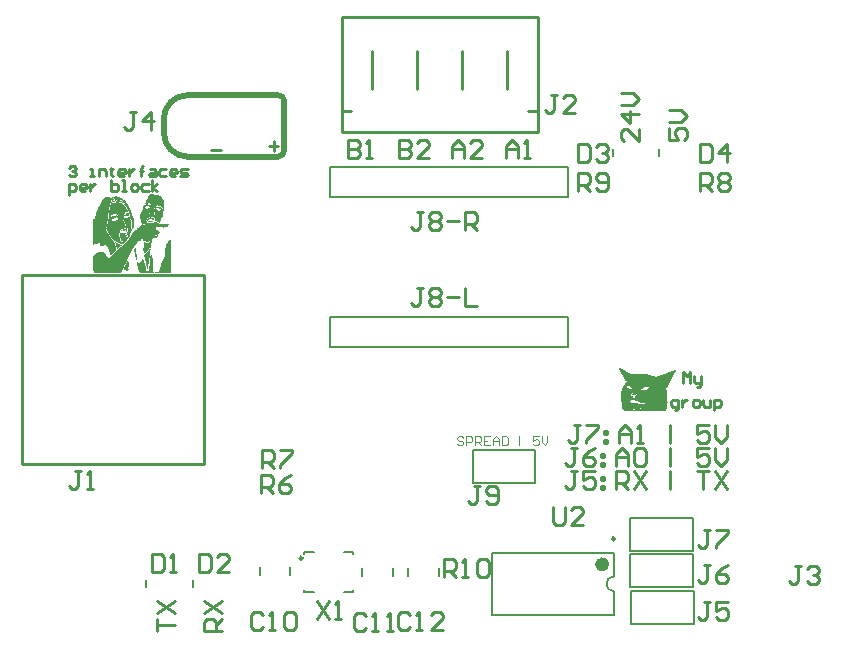
<source format=gto>
G04 Layer_Color=15132400*
%FSLAX24Y24*%
%MOIN*%
G70*
G01*
G75*
%ADD17C,0.0100*%
%ADD25C,0.0197*%
%ADD66C,0.0079*%
%ADD76C,0.0236*%
%ADD77C,0.0098*%
%ADD78C,0.0098*%
%ADD79C,0.0039*%
G36*
X6220Y40054D02*
X6223Y40051D01*
X6226Y40045D01*
Y40037D01*
Y40034D01*
Y40028D01*
Y40023D01*
X6229Y40017D01*
X6232Y40011D01*
X6234Y40006D01*
X6237Y39994D01*
Y39992D01*
X6240Y39983D01*
Y39972D01*
Y39958D01*
Y39955D01*
X6243Y39944D01*
Y39933D01*
X6246Y39919D01*
Y39916D01*
X6249Y39910D01*
X6251Y39902D01*
X6254Y39899D01*
X6257Y39893D01*
X6260Y39885D01*
Y39874D01*
Y39851D01*
X6209Y39812D01*
X6119Y39815D01*
X6105D01*
X6100Y39817D01*
X6097Y39820D01*
X6091Y39823D01*
X6080Y39829D01*
X6077D01*
X6071Y39834D01*
X6066Y39840D01*
X6060Y39851D01*
Y39857D01*
X6057Y39865D01*
Y39876D01*
X6060Y39882D01*
X6069D01*
X6080Y39879D01*
X6097Y39874D01*
X6125Y39859D01*
X6175D01*
X6187Y39862D01*
X6201D01*
X6209Y39865D01*
X6215D01*
X6220Y39868D01*
X6223Y39871D01*
X6226Y39874D01*
X6229Y39882D01*
X6232Y39888D01*
X6234Y39896D01*
Y39916D01*
Y39921D01*
Y39933D01*
X6232Y39947D01*
X6229Y39958D01*
X6226Y39961D01*
X6223Y39975D01*
X6218Y39992D01*
X6215Y40017D01*
Y40023D01*
Y40031D01*
Y40042D01*
Y40051D01*
X6218Y40054D01*
X6220Y40056D01*
Y40054D01*
D02*
G37*
G36*
X6201Y40042D02*
Y40039D01*
Y40037D01*
Y40031D01*
X6204Y40028D01*
X6206Y40023D01*
X6209Y40014D01*
Y40000D01*
Y39997D01*
Y39992D01*
Y39983D01*
Y39975D01*
Y39972D01*
X6212Y39969D01*
X6218Y39958D01*
Y39955D01*
X6220Y39952D01*
X6223Y39944D01*
Y39941D01*
X6226Y39938D01*
Y39930D01*
Y39919D01*
Y39916D01*
Y39904D01*
X6223Y39896D01*
X6220Y39890D01*
X6218Y39888D01*
X6215Y39879D01*
Y39876D01*
X6212Y39874D01*
X6206Y39871D01*
X6175D01*
X6153Y39874D01*
X6133D01*
X6119Y39876D01*
X6114D01*
X6111Y39879D01*
X6108Y39882D01*
X6102Y39885D01*
X6091Y39888D01*
X6088D01*
X6083Y39890D01*
X6066Y39893D01*
X6060D01*
X6049Y39888D01*
X6046Y39890D01*
Y39896D01*
Y39904D01*
Y39907D01*
X6043Y39916D01*
X6040Y39927D01*
X6035Y39941D01*
Y39944D01*
X6032Y39952D01*
X6026Y39964D01*
X6021Y39972D01*
X6018Y39975D01*
Y39980D01*
Y39986D01*
X6021Y39992D01*
X6024Y40003D01*
Y40006D01*
X6026Y40014D01*
X6035Y40020D01*
X6049Y40025D01*
X6057D01*
X6063Y40028D01*
X6069Y40031D01*
X6071D01*
X6083Y40037D01*
X6100Y40042D01*
X6122Y40048D01*
X6128D01*
X6142Y40051D01*
X6159Y40054D01*
X6178Y40056D01*
X6201D01*
Y40042D01*
D02*
G37*
G36*
X6260Y39986D02*
X6265Y39978D01*
Y39975D01*
X6268Y39972D01*
X6271Y39958D01*
Y39955D01*
Y39952D01*
X6277Y39938D01*
Y39935D01*
X6279Y39930D01*
X6285Y39916D01*
Y39913D01*
X6288Y39907D01*
Y39899D01*
X6291Y39888D01*
Y39882D01*
Y39871D01*
X6288Y39857D01*
X6285Y39843D01*
Y39840D01*
X6282Y39831D01*
X6277Y39820D01*
X6268Y39809D01*
X6265Y39806D01*
X6263Y39800D01*
X6257Y39792D01*
X6254Y39789D01*
X6251Y39784D01*
X6249Y39781D01*
X6240Y39772D01*
X6237Y39769D01*
X6232Y39764D01*
X6223Y39758D01*
X6215Y39755D01*
X6212D01*
X6209Y39753D01*
X6170D01*
X6161Y39755D01*
X6150Y39758D01*
X6130D01*
X6116Y39761D01*
X6094Y39769D01*
X6069Y39784D01*
X6063Y39789D01*
X6055Y39798D01*
Y39800D01*
X6052Y39815D01*
Y39817D01*
Y39820D01*
Y39823D01*
X6055Y39826D01*
X6060D01*
X6066Y39823D01*
X6077Y39817D01*
X6080Y39815D01*
X6085Y39812D01*
X6094Y39809D01*
X6097Y39806D01*
X6100D01*
X6105Y39803D01*
X6204D01*
X6209Y39806D01*
X6223Y39812D01*
X6226D01*
X6232Y39815D01*
X6246Y39826D01*
X6249D01*
X6251Y39829D01*
X6257Y39831D01*
X6263Y39834D01*
X6265Y39837D01*
Y39845D01*
Y39854D01*
Y39865D01*
Y39871D01*
Y39882D01*
Y39896D01*
X6263Y39907D01*
X6257Y39921D01*
Y39924D01*
X6254Y39930D01*
X6251Y39938D01*
X6249Y39955D01*
Y39958D01*
Y39966D01*
Y39978D01*
X6251Y39986D01*
X6254Y39989D01*
X6260Y39986D01*
D02*
G37*
G36*
X5894Y39736D02*
X5903Y39730D01*
X5905Y39727D01*
X5911Y39725D01*
X5931Y39713D01*
X6066Y39657D01*
X6069Y39654D01*
X6074D01*
X6080Y39651D01*
X6091Y39649D01*
X6100Y39640D01*
X6088Y39629D01*
X6085Y39626D01*
X6080Y39620D01*
X6069Y39612D01*
X6055Y39598D01*
X6012Y39567D01*
X5942Y39511D01*
Y39508D01*
X5936Y39505D01*
X5928Y39500D01*
X5925Y39502D01*
X5922Y39508D01*
Y39522D01*
Y39528D01*
X5920Y39539D01*
Y39559D01*
X5917Y39578D01*
X5911Y39601D01*
X5908Y39620D01*
X5905Y39637D01*
X5900Y39649D01*
Y39651D01*
Y39654D01*
X5897Y39671D01*
Y39674D01*
Y39677D01*
X5891Y39694D01*
X5877Y39733D01*
Y39736D01*
X5880Y39739D01*
X5886D01*
X5894Y39736D01*
D02*
G37*
G36*
X7103Y39795D02*
Y39789D01*
X7101Y39781D01*
Y39778D01*
X7098Y39769D01*
X7092Y39747D01*
Y39744D01*
X7089Y39736D01*
X7087Y39725D01*
X7084Y39708D01*
Y39702D01*
X7081Y39694D01*
X7078Y39682D01*
X7075Y39674D01*
Y39671D01*
X7072Y39665D01*
Y39651D01*
X7070Y39640D01*
Y39626D01*
Y39623D01*
Y39620D01*
Y39604D01*
X7067Y39587D01*
X7064Y39581D01*
X7061Y39578D01*
Y39575D01*
X7058Y39573D01*
Y39567D01*
Y39561D01*
Y39559D01*
Y39556D01*
X7056Y39553D01*
X7047Y39550D01*
X7044D01*
X7039Y39545D01*
X7027Y39539D01*
X7013Y39525D01*
X7011Y39522D01*
X7005Y39516D01*
X6997Y39508D01*
X6985Y39497D01*
X6968Y39480D01*
X6952Y39463D01*
X6907Y39421D01*
X6904Y39418D01*
X6898Y39410D01*
X6887Y39401D01*
X6876Y39387D01*
X6862Y39376D01*
X6850Y39365D01*
X6842Y39356D01*
X6836Y39353D01*
X6833Y39356D01*
X6831Y39362D01*
X6828Y39373D01*
X6819Y39415D01*
Y39418D01*
Y39426D01*
Y39443D01*
X6817Y39466D01*
X6819Y39575D01*
Y39581D01*
Y39592D01*
Y39609D01*
Y39632D01*
Y39682D01*
X6822Y39702D01*
Y39722D01*
Y39725D01*
Y39727D01*
X6825Y39741D01*
X6831Y39753D01*
X6833Y39758D01*
X6842D01*
X6853Y39753D01*
X6867Y39747D01*
X6884Y39733D01*
X6898Y39716D01*
X6957D01*
X6968Y39719D01*
X6977D01*
X6985Y39722D01*
X6991Y39727D01*
X6994D01*
X6997Y39730D01*
X7013Y39739D01*
X7030Y39753D01*
X7042Y39775D01*
Y39778D01*
X7044Y39784D01*
X7047Y39789D01*
X7050Y39792D01*
X7053D01*
X7058Y39795D01*
X7081D01*
X7092Y39798D01*
X7101D01*
X7103Y39795D01*
D02*
G37*
G36*
X5965Y41060D02*
X5987D01*
X6007Y41057D01*
X6010D01*
X6015Y41055D01*
X6026D01*
X6038Y41052D01*
X6066Y41043D01*
X6077Y41041D01*
X6088Y41038D01*
X6091Y41035D01*
X6097Y41032D01*
X6102Y41029D01*
X6111D01*
X6116Y41026D01*
X6125Y41024D01*
X6128Y41018D01*
X6130Y41015D01*
X6136Y41010D01*
X6139Y41004D01*
X6144Y40996D01*
X6150Y40984D01*
Y40981D01*
X6153Y40976D01*
X6164Y40959D01*
X6167Y40956D01*
X6173Y40951D01*
X6181Y40939D01*
X6195Y40928D01*
X6223Y40903D01*
X6226Y40900D01*
X6229Y40897D01*
X6234Y40891D01*
X6237Y40886D01*
X6294Y40785D01*
X6296Y40782D01*
X6299Y40773D01*
X6302Y40762D01*
X6305Y40754D01*
Y40751D01*
X6308Y40745D01*
X6313Y40737D01*
X6319Y40723D01*
X6322Y40720D01*
X6324Y40709D01*
X6330Y40695D01*
X6333Y40681D01*
Y40678D01*
X6336Y40667D01*
X6339Y40650D01*
Y40633D01*
Y40630D01*
Y40619D01*
Y40607D01*
X6341Y40599D01*
Y40596D01*
X6344Y40591D01*
X6347Y40582D01*
X6353Y40571D01*
X6355Y40565D01*
X6361Y40554D01*
X6369Y40532D01*
X6381Y40506D01*
Y40503D01*
X6384Y40501D01*
X6389Y40484D01*
X6398Y40461D01*
X6400Y40444D01*
Y40442D01*
X6403Y40428D01*
X6406Y40419D01*
Y40405D01*
X6409Y40391D01*
Y40371D01*
Y40368D01*
Y40363D01*
Y40352D01*
Y40338D01*
Y40307D01*
Y40273D01*
Y40267D01*
Y40256D01*
Y40242D01*
X6406Y40231D01*
Y40228D01*
X6403Y40219D01*
X6398Y40203D01*
Y40200D01*
X6395Y40194D01*
X6392Y40174D01*
Y40172D01*
Y40160D01*
Y40146D01*
Y40124D01*
Y40121D01*
Y40118D01*
Y40104D01*
Y40087D01*
Y40073D01*
Y40070D01*
Y40062D01*
X6389Y40051D01*
X6384Y40037D01*
Y40031D01*
X6378Y40020D01*
X6375Y40006D01*
X6372Y39992D01*
Y39989D01*
X6369Y39978D01*
X6367Y39964D01*
X6361Y39947D01*
Y39941D01*
X6358Y39933D01*
X6355Y39921D01*
X6350Y39910D01*
X6327Y39879D01*
Y39876D01*
X6324Y39874D01*
X6322Y39871D01*
X6319D01*
Y39874D01*
X6316Y39876D01*
X6313Y39888D01*
Y39890D01*
X6310Y39896D01*
X6308Y39907D01*
X6305Y39921D01*
Y39924D01*
X6302Y39933D01*
X6299Y39944D01*
X6296Y39955D01*
Y39958D01*
X6294Y39964D01*
X6288Y39983D01*
Y39986D01*
X6285Y39989D01*
X6279Y40003D01*
Y40006D01*
X6277Y40011D01*
X6274Y40023D01*
Y40042D01*
Y40048D01*
Y40059D01*
X6277Y40073D01*
X6282Y40087D01*
X6285Y40090D01*
Y40096D01*
Y40107D01*
Y40110D01*
X6288Y40115D01*
Y40121D01*
X6291Y40127D01*
X6294Y40129D01*
Y40135D01*
X6296Y40143D01*
X6302Y40172D01*
Y40177D01*
X6299Y40188D01*
X6294Y40203D01*
X6279Y40217D01*
X6277Y40219D01*
X6271Y40222D01*
X6263Y40225D01*
X6251D01*
X6249Y40222D01*
X6232Y40219D01*
X6229D01*
X6218Y40217D01*
X6204Y40208D01*
X6189Y40197D01*
X6187Y40194D01*
X6184Y40191D01*
X6175Y40188D01*
X6161Y40186D01*
X6147D01*
X6130Y40183D01*
X6114Y40180D01*
X6094Y40174D01*
X6074Y40166D01*
X6057Y40155D01*
X6046Y40138D01*
X6043Y40135D01*
X6040Y40121D01*
X6032Y40101D01*
X6021Y40073D01*
Y40070D01*
X6018Y40065D01*
X6012Y40048D01*
X6007Y40028D01*
X6004Y40023D01*
X6001Y40017D01*
Y40014D01*
Y40011D01*
X5998Y40003D01*
X5993Y39997D01*
Y39994D01*
X5990Y39992D01*
X5984Y39986D01*
Y39980D01*
X5990Y39969D01*
Y39966D01*
X5993Y39964D01*
X6001Y39952D01*
X6004Y39947D01*
X6010Y39938D01*
X6012Y39924D01*
X6015Y39921D01*
X6018Y39910D01*
X6021Y39893D01*
X6024Y39874D01*
Y39871D01*
Y39865D01*
X6026Y39854D01*
Y39843D01*
X6029Y39817D01*
X6032Y39806D01*
Y39798D01*
Y39795D01*
X6035Y39786D01*
X6046Y39769D01*
X6049Y39767D01*
X6057Y39761D01*
X6071Y39753D01*
X6097Y39741D01*
X6100D01*
X6105Y39739D01*
X6116D01*
X6133Y39736D01*
X6195Y39727D01*
X6167Y39699D01*
X6161Y39694D01*
X6150Y39685D01*
X6136Y39674D01*
X6125Y39665D01*
X6122D01*
X6119Y39663D01*
X6111Y39665D01*
X6102Y39668D01*
X6100D01*
X6097Y39671D01*
X6080Y39677D01*
X6077D01*
X6071Y39680D01*
X6063Y39682D01*
X6052Y39688D01*
X5945Y39733D01*
X5939Y39736D01*
X5928Y39744D01*
X5922Y39747D01*
X5917Y39750D01*
X5905Y39755D01*
X5903D01*
X5897Y39758D01*
X5883Y39761D01*
X5880D01*
X5875Y39764D01*
X5863Y39772D01*
X5846Y39786D01*
X5841Y39792D01*
X5830Y39803D01*
X5813Y39820D01*
X5793Y39840D01*
X5790Y39845D01*
X5779Y39854D01*
X5770Y39868D01*
X5762Y39876D01*
X5737Y39916D01*
X5700Y39969D01*
X5697Y39972D01*
X5692Y39980D01*
X5686Y39989D01*
X5683Y39994D01*
Y39997D01*
X5681Y40003D01*
X5675Y40011D01*
X5655Y40034D01*
X5652Y40037D01*
X5650Y40042D01*
X5641Y40054D01*
X5633Y40070D01*
X5630Y40073D01*
X5624Y40084D01*
X5619Y40096D01*
X5616Y40104D01*
X5613Y40113D01*
X5610Y40124D01*
X5605Y40135D01*
X5599Y40146D01*
X5588Y40174D01*
X5582Y40194D01*
Y40200D01*
X5585Y40205D01*
X5591Y40214D01*
X5593Y40217D01*
X5596Y40219D01*
X5599Y40228D01*
Y40233D01*
X5602Y40239D01*
X5605Y40248D01*
X5607Y40253D01*
X5610Y40267D01*
X5616Y40287D01*
X5636Y40391D01*
Y40394D01*
X5638Y40405D01*
Y40419D01*
Y40433D01*
Y40436D01*
X5641Y40442D01*
Y40447D01*
X5644Y40453D01*
X5647Y40458D01*
Y40467D01*
Y40484D01*
Y40489D01*
Y40501D01*
X5650Y40517D01*
X5655Y40537D01*
Y40540D01*
X5658Y40548D01*
X5661Y40562D01*
X5664Y40585D01*
Y40588D01*
Y40591D01*
Y40599D01*
X5666Y40610D01*
Y40627D01*
X5669Y40647D01*
Y40672D01*
X5672Y40703D01*
X5675Y40751D01*
X5678Y40773D01*
X5681Y40776D01*
X5683Y40790D01*
Y40793D01*
X5686Y40796D01*
X5689Y40813D01*
X5692Y40830D01*
X5695Y40838D01*
Y40844D01*
Y40847D01*
X5697Y40849D01*
X5703Y40866D01*
X5709Y40894D01*
Y40897D01*
X5711Y40903D01*
Y40914D01*
Y40928D01*
Y40931D01*
Y40939D01*
X5714Y40951D01*
X5717Y40959D01*
X5723Y40987D01*
Y40990D01*
X5725Y41001D01*
X5731Y41012D01*
X5734Y41021D01*
X5737D01*
X5740Y41024D01*
X5751Y41026D01*
X5762Y41032D01*
X5813Y41046D01*
X5818D01*
X5830Y41052D01*
X5846Y41055D01*
X5863Y41057D01*
X5886D01*
X5894Y41060D01*
X5903D01*
X5917Y41063D01*
X5948D01*
X5965Y41060D01*
D02*
G37*
G36*
X7078Y40484D02*
X7081D01*
X7084Y40481D01*
X7095Y40475D01*
X7098Y40472D01*
X7103Y40470D01*
X7109Y40464D01*
X7112Y40461D01*
X7109Y40458D01*
X7092D01*
X7042Y40464D01*
X7036D01*
X7025Y40467D01*
X7013D01*
X7008Y40470D01*
Y40472D01*
X7013Y40475D01*
X7019Y40478D01*
X7030Y40481D01*
X7044Y40484D01*
X7061Y40487D01*
X7067D01*
X7078Y40484D01*
D02*
G37*
G36*
X7072Y40568D02*
X7075D01*
X7078Y40565D01*
X7084Y40560D01*
X7087Y40557D01*
X7095Y40551D01*
X7112Y40546D01*
X7143D01*
X7154Y40543D01*
X7162Y40537D01*
X7174Y40529D01*
X7179Y40515D01*
X7182Y40498D01*
X7179Y40472D01*
Y40467D01*
X7171Y40461D01*
X7157D01*
X7148Y40467D01*
X7134Y40478D01*
X7132Y40481D01*
X7123Y40487D01*
X7112Y40495D01*
X7101Y40501D01*
X7098D01*
X7092Y40503D01*
X7081Y40506D01*
X7027D01*
Y40503D01*
X7025Y40501D01*
X7013D01*
X6999Y40498D01*
X6966Y40489D01*
X6963D01*
X6954Y40487D01*
X6946Y40489D01*
X6943Y40495D01*
Y40498D01*
X6946Y40501D01*
X6952Y40509D01*
X6960Y40520D01*
X6963Y40523D01*
X6968Y40529D01*
X6977Y40534D01*
X6985Y40537D01*
X6991D01*
X6997Y40540D01*
X7002Y40546D01*
X7005Y40548D01*
X7011Y40551D01*
X7025Y40560D01*
X7036Y40562D01*
X7050Y40568D01*
X7053D01*
X7056Y40571D01*
X7061Y40574D01*
X7064D01*
X7072Y40568D01*
D02*
G37*
G36*
X6946Y40478D02*
Y40475D01*
X6949Y40472D01*
X6952Y40470D01*
X6957D01*
X6960Y40467D01*
X6966Y40461D01*
X6968D01*
X6971Y40458D01*
X6985Y40453D01*
X6988D01*
X6991Y40450D01*
X6997D01*
X6999Y40447D01*
X7005Y40444D01*
X7033D01*
X7042Y40442D01*
X7053D01*
X7064Y40439D01*
X7109Y40430D01*
X7112D01*
X7123Y40428D01*
X7132Y40425D01*
X7134Y40422D01*
Y40419D01*
X7132Y40413D01*
X7126Y40411D01*
X7120Y40408D01*
X7115Y40402D01*
X7106Y40397D01*
X7103D01*
X7101Y40394D01*
X7095Y40391D01*
X7089Y40394D01*
X7087D01*
X7084Y40397D01*
X7067Y40402D01*
X7044Y40405D01*
X7019D01*
X7008Y40402D01*
X6980D01*
X6974Y40405D01*
X6968Y40408D01*
X6960Y40416D01*
Y40419D01*
X6957Y40425D01*
X6954Y40430D01*
X6952Y40436D01*
Y40442D01*
X6949Y40447D01*
X6943Y40456D01*
Y40458D01*
X6940Y40464D01*
X6937Y40478D01*
X6940Y40481D01*
X6943D01*
X6946Y40478D01*
D02*
G37*
G36*
X6268Y40194D02*
X6274Y40188D01*
X6277Y40186D01*
X6279Y40180D01*
X6282Y40174D01*
X6279Y40169D01*
X6277Y40163D01*
X6274Y40158D01*
X6271Y40146D01*
Y40143D01*
Y40138D01*
Y40129D01*
X6268Y40124D01*
X6265Y40118D01*
X6263Y40107D01*
X6251Y40039D01*
Y40037D01*
X6249Y40031D01*
X6246Y40025D01*
X6243Y40023D01*
X6240Y40025D01*
X6237Y40031D01*
Y40042D01*
Y40045D01*
Y40054D01*
X6234Y40065D01*
X6229Y40073D01*
X6226Y40079D01*
X6220Y40087D01*
Y40093D01*
Y40099D01*
Y40107D01*
Y40110D01*
Y40118D01*
Y40129D01*
Y40141D01*
Y40143D01*
X6218Y40146D01*
X6209Y40149D01*
X6198Y40152D01*
X6195D01*
X6187Y40149D01*
X6178D01*
X6173Y40146D01*
X6167Y40143D01*
X6159Y40141D01*
X6142D01*
X6133Y40138D01*
X6111Y40132D01*
X6108D01*
X6102Y40127D01*
X6091Y40118D01*
X6074Y40104D01*
X6071Y40101D01*
X6066Y40096D01*
X6060Y40090D01*
X6055Y40087D01*
Y40093D01*
Y40096D01*
X6057Y40101D01*
X6060Y40113D01*
X6066Y40124D01*
X6069Y40127D01*
X6071Y40132D01*
X6077Y40138D01*
X6083Y40143D01*
X6085D01*
X6091Y40146D01*
X6105Y40152D01*
X6108D01*
X6114Y40155D01*
X6128D01*
X6144Y40158D01*
X6150D01*
X6164Y40160D01*
X6181Y40163D01*
X6192Y40166D01*
X6195D01*
X6198Y40169D01*
X6204Y40172D01*
X6206Y40177D01*
X6209Y40180D01*
X6215Y40186D01*
X6229Y40194D01*
X6249Y40197D01*
X6260D01*
X6268Y40194D01*
D02*
G37*
G36*
X6209Y40132D02*
X6212Y40129D01*
Y40127D01*
Y40121D01*
X6206Y40118D01*
X6204D01*
X6195Y40115D01*
X6181Y40113D01*
X6105D01*
X6114Y40121D01*
X6116D01*
X6119Y40124D01*
X6128Y40127D01*
X6139Y40129D01*
X6150D01*
X6167Y40132D01*
X6181Y40141D01*
X6201D01*
X6209Y40132D01*
D02*
G37*
G36*
X5956Y41257D02*
X5959D01*
X5970Y41254D01*
X5987Y41251D01*
X6004Y41246D01*
X6010Y41243D01*
X6018Y41240D01*
X6029Y41237D01*
X6035Y41232D01*
X6038Y41229D01*
Y41223D01*
Y41218D01*
Y41215D01*
X6040Y41212D01*
X6043Y41209D01*
X6055D01*
X6063Y41206D01*
X6077Y41204D01*
X6094Y41198D01*
X6097Y41195D01*
X6108Y41192D01*
X6116Y41190D01*
X6125Y41184D01*
X6128Y41181D01*
X6133Y41178D01*
X6136D01*
X6144Y41173D01*
X6150Y41167D01*
X6161Y41156D01*
X6175Y41145D01*
X6195Y41128D01*
X6198Y41125D01*
X6206Y41114D01*
X6218Y41100D01*
X6232Y41083D01*
X6234Y41077D01*
X6243Y41069D01*
X6254Y41052D01*
X6263Y41038D01*
X6265Y41035D01*
X6271Y41026D01*
X6277Y41018D01*
X6279Y41012D01*
X6282Y41007D01*
X6288Y40996D01*
Y40993D01*
X6291Y40990D01*
X6296Y40976D01*
Y40973D01*
X6299Y40970D01*
X6302Y40965D01*
Y40962D01*
X6355Y40852D01*
X6437Y40672D01*
X6440Y40669D01*
X6443Y40658D01*
X6445Y40647D01*
Y40638D01*
Y40636D01*
X6448Y40633D01*
X6454Y40622D01*
X6457Y40619D01*
X6459Y40616D01*
X6462Y40610D01*
Y40602D01*
Y40599D01*
Y40596D01*
X6468Y40585D01*
X6471Y40582D01*
X6473Y40579D01*
X6476Y40574D01*
Y40568D01*
Y40565D01*
Y40562D01*
X6482Y40551D01*
X6485Y40548D01*
X6488Y40543D01*
X6490Y40534D01*
Y40526D01*
Y40523D01*
X6493Y40517D01*
X6499Y40498D01*
Y40495D01*
X6502Y40492D01*
X6504Y40484D01*
Y40472D01*
Y40470D01*
X6507Y40458D01*
Y40447D01*
Y40436D01*
Y40419D01*
Y40402D01*
Y40399D01*
Y40394D01*
Y40385D01*
Y40374D01*
Y40349D01*
X6504Y40340D01*
Y40332D01*
Y40329D01*
Y40321D01*
Y40312D01*
X6502Y40304D01*
Y40301D01*
X6499Y40295D01*
X6496Y40284D01*
X6493Y40273D01*
Y40270D01*
Y40267D01*
X6490Y40259D01*
X6485Y40250D01*
X6448Y40160D01*
Y40158D01*
X6445Y40152D01*
X6440Y40141D01*
X6431Y40129D01*
X6428Y40127D01*
X6426Y40121D01*
X6420Y40115D01*
X6417Y40113D01*
X6414Y40115D01*
Y40121D01*
Y40124D01*
Y40127D01*
X6409Y40141D01*
Y40143D01*
Y40149D01*
X6412Y40155D01*
X6414Y40158D01*
X6417Y40169D01*
X6420Y40186D01*
X6426Y40211D01*
Y40214D01*
Y40217D01*
X6428Y40225D01*
Y40236D01*
X6431Y40253D01*
Y40270D01*
X6434Y40290D01*
Y40315D01*
Y40318D01*
Y40321D01*
Y40335D01*
Y40349D01*
Y40354D01*
X6431Y40357D01*
Y40366D01*
X6428Y40377D01*
Y40388D01*
Y40399D01*
Y40402D01*
Y40408D01*
Y40419D01*
X6426Y40430D01*
X6423Y40461D01*
X6412Y40489D01*
X6381Y40565D01*
X6378Y40568D01*
X6375Y40579D01*
X6369Y40591D01*
X6364Y40602D01*
Y40605D01*
Y40610D01*
X6361Y40624D01*
Y40641D01*
Y40644D01*
Y40652D01*
X6358Y40664D01*
X6355Y40678D01*
X6350Y40709D01*
X6344Y40726D01*
X6339Y40740D01*
Y40742D01*
X6336Y40748D01*
X6333Y40757D01*
X6330Y40765D01*
X6327Y40771D01*
X6324Y40782D01*
X6313Y40802D01*
X6310Y40807D01*
X6302Y40818D01*
X6294Y40838D01*
X6282Y40858D01*
X6279Y40861D01*
X6274Y40872D01*
X6265Y40889D01*
X6254Y40903D01*
X6251Y40906D01*
X6246Y40914D01*
X6232Y40925D01*
X6218Y40942D01*
X6187Y40970D01*
X6184Y40973D01*
X6181Y40979D01*
X6178Y40984D01*
X6175Y40990D01*
Y40993D01*
Y40996D01*
Y40998D01*
X6184D01*
X6189Y40996D01*
X6204Y40987D01*
X6220Y40973D01*
X6223Y40970D01*
X6234Y40962D01*
X6237Y40959D01*
X6240Y40956D01*
X6246Y40953D01*
X6260D01*
X6263Y40959D01*
X6260Y40965D01*
X6254Y40973D01*
X6240Y40990D01*
X6237Y40993D01*
X6226Y41001D01*
X6212Y41012D01*
X6198Y41021D01*
X6195D01*
X6189Y41026D01*
X6184Y41032D01*
X6178Y41041D01*
X6150Y41074D01*
X6147Y41077D01*
X6142Y41086D01*
X6136Y41094D01*
X6130Y41102D01*
X6128Y41105D01*
X6122Y41111D01*
X6111Y41119D01*
X6108D01*
X6102Y41122D01*
X6097Y41125D01*
X6088Y41128D01*
X6085D01*
X6083Y41131D01*
X6074Y41133D01*
X6066Y41142D01*
X6063Y41145D01*
X6057Y41147D01*
X6049Y41153D01*
X6038Y41156D01*
X6026D01*
X6010Y41159D01*
X5981D01*
X5967Y41156D01*
X5950Y41153D01*
X5934Y41150D01*
X5931Y41147D01*
X5925Y41145D01*
X5905Y41131D01*
X5903Y41128D01*
X5900Y41122D01*
X5894Y41119D01*
X5889Y41116D01*
X5883D01*
X5877Y41119D01*
X5875Y41122D01*
X5872Y41133D01*
Y41136D01*
X5866Y41147D01*
X5858Y41164D01*
X5841Y41184D01*
X5835Y41187D01*
X5821Y41198D01*
X5801Y41212D01*
X5776Y41226D01*
X5773D01*
X5770Y41229D01*
X5768Y41232D01*
X5765Y41235D01*
X5768Y41237D01*
X5773Y41240D01*
X5787Y41246D01*
X5790D01*
X5801Y41249D01*
X5815Y41251D01*
X5832Y41257D01*
X5849D01*
X5866Y41260D01*
X5936D01*
X5956Y41257D01*
D02*
G37*
G36*
X7053Y39519D02*
Y39516D01*
Y39511D01*
Y39502D01*
Y39485D01*
Y39483D01*
X7050Y39471D01*
Y39463D01*
X7047Y39457D01*
Y39452D01*
X7044Y39446D01*
Y39435D01*
X7039Y39353D01*
Y39351D01*
X7036Y39345D01*
Y39339D01*
X7033Y39334D01*
Y39331D01*
X7030Y39325D01*
Y39311D01*
X7027Y39289D01*
Y39286D01*
Y39283D01*
X7025Y39266D01*
Y39249D01*
X7022Y39230D01*
Y39227D01*
Y39218D01*
X7019Y39207D01*
X7016Y39201D01*
Y39199D01*
X7013Y39190D01*
Y39182D01*
Y39171D01*
X7011Y39156D01*
Y39137D01*
X7005Y39095D01*
Y39092D01*
X7002Y39086D01*
Y39078D01*
X6999Y39072D01*
Y39069D01*
Y39067D01*
X6997Y39055D01*
X6994Y39036D01*
Y39033D01*
Y39030D01*
X6991Y39016D01*
X6988Y39002D01*
X6982Y38991D01*
Y38988D01*
X6980Y38982D01*
Y38968D01*
X6977Y38951D01*
Y38946D01*
X6974Y38937D01*
X6971Y38926D01*
X6968Y38917D01*
Y38915D01*
X6966Y38909D01*
Y38898D01*
X6963Y38881D01*
Y38878D01*
Y38875D01*
X6960Y38864D01*
X6957Y38850D01*
X6954Y38842D01*
Y38839D01*
X6952Y38836D01*
X6949Y38833D01*
X6943Y38830D01*
X6935D01*
X6932Y38836D01*
Y38839D01*
Y38844D01*
X6929Y38856D01*
Y38875D01*
X6926Y38906D01*
X6921Y38926D01*
Y38929D01*
X6918Y38937D01*
Y38951D01*
X6915Y38974D01*
X6909Y39005D01*
X6907Y39024D01*
Y39027D01*
X6904Y39033D01*
X6901Y39050D01*
Y39052D01*
Y39058D01*
X6898Y39075D01*
X6867Y39179D01*
X6853Y39246D01*
X6847Y39277D01*
Y39280D01*
Y39289D01*
Y39300D01*
Y39308D01*
Y39311D01*
X6850Y39314D01*
X6856Y39322D01*
X6862Y39334D01*
X6864Y39336D01*
X6870Y39345D01*
X6881Y39356D01*
X6898Y39376D01*
X6901Y39379D01*
X6912Y39390D01*
X6921Y39398D01*
X6929Y39404D01*
X6932D01*
X6937Y39410D01*
X6949Y39421D01*
X6960Y39432D01*
X6971Y39443D01*
X6974D01*
X6977Y39449D01*
X6991Y39460D01*
X7002Y39474D01*
X7008Y39480D01*
X7011Y39485D01*
X7013Y39491D01*
X7019Y39497D01*
X7027Y39505D01*
X7030Y39508D01*
X7036Y39514D01*
X7042Y39519D01*
X7047Y39522D01*
X7053D01*
Y39519D01*
D02*
G37*
G36*
X24606Y34116D02*
X24606D01*
Y35570D01*
X24606D01*
Y34116D01*
D02*
G37*
G36*
X6302Y39123D02*
X6305Y39120D01*
X6310Y39111D01*
X6313Y39109D01*
X6316Y39100D01*
X6319Y39089D01*
X6322Y39078D01*
Y39075D01*
X6324Y39067D01*
Y39058D01*
X6327Y39050D01*
Y39047D01*
X6330Y39041D01*
X6333Y39030D01*
Y39016D01*
Y39013D01*
Y39002D01*
X6330Y38991D01*
X6327Y38982D01*
Y38979D01*
X6324Y38974D01*
X6322Y38960D01*
X6319Y38948D01*
Y38934D01*
Y38932D01*
Y38929D01*
Y38912D01*
X6316Y38895D01*
X6310Y38884D01*
Y38881D01*
X6308Y38875D01*
X6305Y38867D01*
Y38858D01*
Y38856D01*
X6308Y38850D01*
X6313Y38842D01*
X6322Y38827D01*
X6324Y38825D01*
X6330Y38816D01*
X6336Y38811D01*
X6339Y38805D01*
X6327D01*
X6316Y38808D01*
X6302Y38811D01*
X6291D01*
X6288Y38808D01*
X6291Y38802D01*
X6294Y38799D01*
X6296D01*
X6299Y38797D01*
X6308Y38785D01*
X6310Y38782D01*
X6313Y38780D01*
X6316Y38774D01*
Y38768D01*
X6313Y38766D01*
X6305D01*
X6291Y38768D01*
X6288D01*
X6277Y38774D01*
X6260Y38782D01*
X6237Y38794D01*
X6234Y38797D01*
X6226Y38799D01*
X6218Y38805D01*
X6212Y38808D01*
X6206D01*
X6201Y38813D01*
X6192Y38819D01*
X6189D01*
X6187Y38822D01*
X6181Y38825D01*
X6175Y38827D01*
X6173D01*
X6170Y38830D01*
X6164Y38836D01*
X6161Y38842D01*
X6159Y38850D01*
Y38856D01*
X6161Y38861D01*
X6167Y38872D01*
X6170Y38875D01*
X6173Y38881D01*
X6175Y38889D01*
Y38898D01*
X6178Y38903D01*
X6181Y38912D01*
X6187Y38923D01*
X6189Y38926D01*
X6192Y38934D01*
X6195Y38943D01*
Y38951D01*
Y38954D01*
X6198Y38960D01*
X6204Y38968D01*
X6206Y38971D01*
X6212Y38977D01*
X6220Y38991D01*
X6234Y39007D01*
X6237Y39010D01*
X6240Y39016D01*
X6249Y39027D01*
X6254Y39038D01*
X6282Y39103D01*
X6285Y39106D01*
X6291Y39114D01*
X6296Y39123D01*
X6299Y39126D01*
X6302Y39123D01*
D02*
G37*
G36*
X6563Y39528D02*
X6569Y39522D01*
X6575Y39516D01*
Y39514D01*
X6578Y39511D01*
X6580Y39502D01*
Y39491D01*
Y39488D01*
X6583Y39477D01*
Y39460D01*
Y39432D01*
Y39373D01*
Y39367D01*
X6586Y39356D01*
Y39342D01*
Y39331D01*
X6592Y39291D01*
X6600Y39190D01*
Y39187D01*
X6603Y39179D01*
Y39171D01*
Y39165D01*
Y39162D01*
X6606Y39156D01*
Y39151D01*
X6603Y39145D01*
Y39142D01*
Y39140D01*
X6600Y39128D01*
Y39126D01*
Y39120D01*
X6603Y39111D01*
X6608Y39103D01*
X6611Y39100D01*
X6614Y39095D01*
X6620Y39086D01*
X6625Y39078D01*
X6628Y39075D01*
X6631Y39072D01*
X6637Y39064D01*
X6642Y39052D01*
Y39050D01*
X6645Y39047D01*
X6653Y39038D01*
X6665Y39027D01*
X6670Y39024D01*
X6679D01*
X6687Y39027D01*
X6696Y39038D01*
X6701Y39044D01*
X6707Y39055D01*
X6710Y39058D01*
X6713Y39064D01*
X6721Y39075D01*
X6732Y39089D01*
X6735Y39092D01*
X6743Y39100D01*
X6755Y39117D01*
X6772Y39140D01*
X6774Y39142D01*
X6777Y39151D01*
X6783Y39162D01*
X6788Y39171D01*
X6791Y39173D01*
X6800Y39179D01*
X6802D01*
X6808Y39176D01*
X6811Y39171D01*
X6817Y39162D01*
X6822Y39148D01*
X6831Y39131D01*
X6836Y39106D01*
X6887Y38917D01*
Y38912D01*
X6890Y38903D01*
X6895Y38887D01*
X6901Y38872D01*
X6904Y38870D01*
X6907Y38858D01*
X6909Y38842D01*
X6912Y38819D01*
Y38816D01*
Y38808D01*
Y38799D01*
X6915Y38791D01*
Y38788D01*
X6918Y38785D01*
X6923Y38777D01*
X6926Y38774D01*
X6937Y38768D01*
X6954D01*
X6963Y38771D01*
X6971Y38777D01*
X6974Y38780D01*
X6977Y38785D01*
X6985Y38794D01*
X6991Y38808D01*
X6994Y38811D01*
X6997Y38819D01*
X6999Y38836D01*
X7002Y38858D01*
X7005Y38895D01*
X7011Y38923D01*
Y38926D01*
X7013Y38932D01*
Y38943D01*
X7016Y38954D01*
X7019Y38974D01*
X7025Y38993D01*
X7027Y39019D01*
X7033Y39047D01*
Y39050D01*
X7036Y39058D01*
Y39075D01*
X7039Y39097D01*
X7042Y39173D01*
Y39176D01*
Y39182D01*
Y39193D01*
Y39207D01*
Y39232D01*
X7044Y39244D01*
Y39252D01*
Y39255D01*
X7047Y39263D01*
X7050Y39275D01*
X7053Y39286D01*
X7056Y39289D01*
X7058Y39294D01*
X7061Y39300D01*
X7064Y39303D01*
X7067D01*
X7075Y39306D01*
X7078D01*
X7081Y39303D01*
X7087Y39300D01*
X7092Y39291D01*
X7095Y39289D01*
X7098Y39277D01*
X7106Y39258D01*
X7117Y39230D01*
X7134Y39187D01*
X7126Y39013D01*
Y39010D01*
Y39005D01*
Y38996D01*
Y38985D01*
Y38962D01*
Y38951D01*
Y38943D01*
Y38940D01*
X7129Y38929D01*
X7132Y38915D01*
X7137Y38901D01*
Y38898D01*
X7140Y38895D01*
X7143Y38884D01*
X7146Y38870D01*
Y38856D01*
Y38853D01*
Y38844D01*
Y38830D01*
Y38811D01*
Y38805D01*
Y38794D01*
Y38777D01*
X7148Y38760D01*
Y38754D01*
X7151Y38746D01*
X7154Y38732D01*
Y38721D01*
Y38701D01*
X6701D01*
X6693Y38735D01*
X6682Y38760D01*
Y38763D01*
X6679Y38766D01*
X6670Y38780D01*
X6662Y38799D01*
X6653Y38819D01*
Y38822D01*
X6648Y38836D01*
X6645Y38853D01*
X6639Y38878D01*
Y38881D01*
Y38887D01*
X6637Y38903D01*
X6631Y38929D01*
X6623Y38948D01*
Y38951D01*
X6620Y38957D01*
X6617Y38965D01*
X6611Y38977D01*
X6603Y39010D01*
Y39013D01*
X6597Y39024D01*
X6594Y39038D01*
X6592Y39052D01*
Y39055D01*
Y39061D01*
Y39072D01*
Y39086D01*
Y39089D01*
Y39097D01*
Y39109D01*
X6589Y39123D01*
Y39126D01*
X6586Y39131D01*
Y39140D01*
X6580Y39148D01*
X6578Y39162D01*
X6572Y39179D01*
X6563Y39201D01*
Y39207D01*
X6558Y39218D01*
X6552Y39241D01*
X6544Y39269D01*
Y39272D01*
Y39275D01*
X6541Y39291D01*
X6538Y39314D01*
X6535Y39336D01*
Y39339D01*
Y39345D01*
X6530Y39365D01*
Y39367D01*
X6527Y39376D01*
X6518Y39393D01*
X6513Y39404D01*
X6504Y39418D01*
Y39421D01*
X6502Y39429D01*
X6499Y39441D01*
X6496Y39455D01*
Y39457D01*
X6499Y39466D01*
X6502Y39477D01*
X6504Y39491D01*
X6507Y39494D01*
X6510Y39500D01*
X6518Y39508D01*
X6530Y39519D01*
X6533Y39522D01*
X6541Y39525D01*
X6549Y39528D01*
X6558Y39530D01*
X6561D01*
X6563Y39528D01*
D02*
G37*
G36*
X7674Y39809D02*
X7685Y39803D01*
X7702Y39795D01*
X7733Y39775D01*
Y39781D01*
X7736Y39792D01*
Y38701D01*
X7202D01*
X7207Y38718D01*
Y38721D01*
X7213Y38726D01*
X7224Y38743D01*
X7227D01*
X7230Y38746D01*
X7238Y38749D01*
X7244Y38752D01*
X7250D01*
X7258Y38749D01*
X7266Y38743D01*
X7269D01*
X7275Y38740D01*
X7283Y38737D01*
X7292D01*
X7297Y38740D01*
X7306Y38746D01*
X7317Y38757D01*
X7320Y38760D01*
X7328Y38766D01*
X7334Y38780D01*
X7340Y38794D01*
Y38797D01*
X7342Y38802D01*
X7345Y38811D01*
X7348Y38822D01*
X7354Y38839D01*
X7359Y38856D01*
X7368Y38878D01*
Y38881D01*
X7371Y38889D01*
X7376Y38901D01*
X7382Y38915D01*
X7393Y38948D01*
X7407Y38985D01*
X7441Y39072D01*
X7469Y39131D01*
Y39134D01*
X7472Y39140D01*
X7477Y39151D01*
X7483Y39162D01*
X7494Y39187D01*
X7503Y39213D01*
X7505Y39218D01*
X7508Y39230D01*
X7517Y39252D01*
X7522Y39280D01*
X7536Y39359D01*
X7539Y39415D01*
X7550Y39528D01*
Y39530D01*
Y39536D01*
X7553Y39553D01*
X7556Y39578D01*
X7559Y39598D01*
Y39601D01*
X7562Y39612D01*
X7567Y39626D01*
X7573Y39643D01*
Y39646D01*
X7576Y39651D01*
X7581Y39663D01*
X7587Y39677D01*
X7604Y39713D01*
X7624Y39753D01*
Y39755D01*
X7629Y39761D01*
X7640Y39781D01*
X7655Y39800D01*
X7660Y39806D01*
X7666Y39812D01*
X7669D01*
X7674Y39809D01*
D02*
G37*
G36*
X22666Y35563D02*
X22673Y35561D01*
X22698Y35548D01*
X23076Y35336D01*
X23078Y35334D01*
X23082Y35332D01*
X23088Y35330D01*
X23114D01*
X23125Y35332D01*
X23140D01*
X23159Y35334D01*
X23183Y35336D01*
X23198D01*
X23215Y35338D01*
X23237Y35340D01*
X23262Y35341D01*
X23290D01*
X23344Y35345D01*
X23356D01*
X23369Y35347D01*
X23384D01*
X23419Y35349D01*
X23470D01*
X23490Y35347D01*
X23511Y35345D01*
X23517D01*
X23522Y35343D01*
X23530Y35341D01*
X23539Y35340D01*
X23552Y35338D01*
X23567Y35334D01*
X23582Y35330D01*
X23715Y35300D01*
X23717D01*
X23721Y35298D01*
X23727Y35296D01*
X23736Y35295D01*
X23758Y35289D01*
X23785Y35283D01*
X23787D01*
X23792Y35281D01*
X23798D01*
X23807Y35280D01*
X23830Y35276D01*
X23852Y35272D01*
X23854D01*
X23858Y35270D01*
X23871Y35268D01*
X23877Y35266D01*
X23882Y35265D01*
X23884Y35263D01*
Y35261D01*
X23839Y35238D01*
X23837D01*
X23833Y35235D01*
X23826Y35233D01*
X23818Y35229D01*
X23802Y35221D01*
X23796Y35218D01*
X23790Y35216D01*
X23787Y35214D01*
X23781Y35210D01*
Y35208D01*
Y35206D01*
X23783Y35205D01*
X23788D01*
X23794Y35206D01*
X23802Y35208D01*
X23811Y35212D01*
X23822Y35218D01*
X23824D01*
X23828Y35220D01*
X23835Y35223D01*
X23845Y35227D01*
X23867Y35236D01*
X23893Y35248D01*
X23897Y35250D01*
X23905Y35251D01*
X23916Y35257D01*
X23927Y35263D01*
X23931D01*
X23936Y35265D01*
X23944Y35266D01*
X23951Y35268D01*
X23955D01*
X23961Y35270D01*
X23970Y35272D01*
X23980Y35274D01*
X23991Y35278D01*
X24006Y35281D01*
X24021Y35287D01*
X24023D01*
X24028Y35289D01*
X24038Y35293D01*
X24051Y35295D01*
X24064Y35300D01*
X24081Y35304D01*
X24116Y35315D01*
X24345Y35398D01*
X24450Y35435D01*
X24452Y35437D01*
X24459Y35439D01*
X24471Y35444D01*
X24484Y35448D01*
X24510Y35459D01*
X24521Y35463D01*
X24531Y35467D01*
X24551D01*
X24557Y35463D01*
X24559Y35461D01*
X24561Y35458D01*
X24562Y35450D01*
Y35441D01*
Y35439D01*
Y35435D01*
X24559Y35426D01*
Y35424D01*
X24555Y35418D01*
X24549Y35409D01*
X24542Y35394D01*
X24396Y35150D01*
X24362Y35090D01*
Y35088D01*
X24360Y35085D01*
X24356Y35079D01*
X24353Y35072D01*
X24343Y35055D01*
X24334Y35034D01*
Y35032D01*
X24332Y35028D01*
X24328Y35017D01*
X24323Y35002D01*
X24317Y34985D01*
Y34983D01*
X24313Y34976D01*
X24309Y34965D01*
X24306Y34952D01*
X24291Y34920D01*
X24281Y34905D01*
X24270Y34890D01*
X24268Y34888D01*
X24264Y34884D01*
X24259Y34879D01*
X24255Y34875D01*
Y34873D01*
X24253Y34871D01*
X24251Y34862D01*
Y34860D01*
Y34850D01*
Y34843D01*
Y34834D01*
X24253Y34822D01*
X24257Y34809D01*
Y34805D01*
X24259Y34798D01*
X24261Y34787D01*
X24263Y34772D01*
Y34770D01*
Y34768D01*
X24264Y34757D01*
X24266Y34738D01*
X24268Y34714D01*
Y34712D01*
Y34708D01*
Y34701D01*
X24270Y34691D01*
Y34667D01*
X24272Y34639D01*
Y34611D01*
Y34582D01*
Y34558D01*
Y34551D01*
X24270Y34543D01*
Y34541D01*
Y34536D01*
X24268Y34521D01*
Y34519D01*
X24270Y34511D01*
X24272Y34500D01*
X24276Y34483D01*
Y34481D01*
X24278Y34476D01*
X24279Y34466D01*
X24281Y34455D01*
Y34442D01*
X24283Y34427D01*
X24285Y34397D01*
Y34395D01*
Y34389D01*
Y34380D01*
X24283Y34367D01*
Y34352D01*
X24281Y34333D01*
X24279Y34313D01*
X24276Y34290D01*
Y34288D01*
Y34284D01*
X24274Y34277D01*
X24272Y34269D01*
X24268Y34249D01*
X24264Y34228D01*
Y34226D01*
X24263Y34223D01*
Y34217D01*
X24261Y34210D01*
X24259Y34200D01*
X24255Y34189D01*
X24249Y34161D01*
X24244Y34142D01*
X24240Y34116D01*
X22835D01*
X22829Y34121D01*
X22827Y34123D01*
X22823Y34129D01*
X22821Y34135D01*
X22816Y34142D01*
X22810Y34150D01*
X22805Y34161D01*
Y34163D01*
X22801Y34166D01*
X22797Y34172D01*
X22793Y34180D01*
X22784Y34196D01*
X22773Y34217D01*
Y34219D01*
X22771Y34221D01*
X22765Y34232D01*
X22760Y34247D01*
X22756Y34262D01*
Y34266D01*
Y34269D01*
Y34277D01*
X22754Y34284D01*
Y34296D01*
Y34309D01*
Y34326D01*
Y34328D01*
Y34331D01*
Y34339D01*
Y34348D01*
Y34373D01*
X22752Y34399D01*
Y34401D01*
Y34404D01*
Y34414D01*
X22750Y34425D01*
Y34438D01*
X22748Y34455D01*
X22746Y34476D01*
X22745Y34498D01*
Y34502D01*
X22743Y34513D01*
X22741Y34528D01*
Y34549D01*
X22739Y34571D01*
X22737Y34596D01*
X22735Y34622D01*
Y34646D01*
Y34648D01*
Y34657D01*
X22737Y34669D01*
Y34684D01*
X22739Y34701D01*
X22741Y34719D01*
X22746Y34759D01*
Y34760D01*
X22748Y34764D01*
X22750Y34772D01*
X22752Y34781D01*
X22758Y34804D01*
X22765Y34830D01*
Y34832D01*
X22767Y34835D01*
X22771Y34843D01*
X22775Y34854D01*
X22780Y34865D01*
X22786Y34880D01*
X22803Y34912D01*
Y34914D01*
X22806Y34920D01*
X22810Y34927D01*
X22816Y34937D01*
X22823Y34950D01*
X22831Y34965D01*
X22853Y35000D01*
X22855Y35002D01*
X22859Y35010D01*
X22866Y35019D01*
X22878Y35034D01*
X22891Y35051D01*
X22906Y35072D01*
X22923Y35094D01*
X22943Y35118D01*
X22969Y35154D01*
X22968Y35156D01*
X22962Y35154D01*
X22953Y35147D01*
X22951Y35145D01*
X22941Y35137D01*
X22928Y35126D01*
X22911Y35113D01*
X22910Y35111D01*
X22908Y35109D01*
X22898Y35102D01*
X22887Y35094D01*
X22883Y35092D01*
X22881Y35090D01*
X22878Y35096D01*
X22874Y35105D01*
X22872Y35111D01*
X22868Y35120D01*
Y35122D01*
X22866Y35126D01*
X22865Y35132D01*
X22863Y35141D01*
X22855Y35161D01*
X22846Y35188D01*
X22836Y35216D01*
X22825Y35242D01*
X22814Y35265D01*
X22810Y35276D01*
X22805Y35283D01*
X22773Y35332D01*
X22771Y35334D01*
X22769Y35338D01*
X22763Y35345D01*
X22758Y35355D01*
X22745Y35375D01*
X22730Y35399D01*
Y35401D01*
X22726Y35405D01*
X22724Y35411D01*
X22718Y35418D01*
X22709Y35435D01*
X22700Y35454D01*
X22677Y35497D01*
Y35499D01*
X22675Y35503D01*
X22670Y35514D01*
X22664Y35529D01*
X22658Y35544D01*
Y35546D01*
X22657Y35553D01*
X22658Y35559D01*
X22660Y35564D01*
X22662D01*
X22666Y35563D01*
D02*
G37*
G36*
X6024Y41136D02*
X6035Y41133D01*
X6038D01*
X6040Y41131D01*
X6049Y41122D01*
X6052D01*
X6057Y41116D01*
X6066Y41114D01*
X6080Y41105D01*
X6083D01*
X6085Y41102D01*
X6100Y41091D01*
X6119Y41074D01*
X6136Y41055D01*
X6139Y41052D01*
X6136Y41049D01*
X6125Y41052D01*
X6122D01*
X6116Y41055D01*
X6097Y41060D01*
X6091D01*
X6077Y41063D01*
X6071D01*
X6063Y41066D01*
X6049Y41071D01*
X6046D01*
X6040Y41074D01*
X6032D01*
X6021Y41077D01*
X6007D01*
X5990Y41080D01*
X5967D01*
X5925Y41083D01*
X5917D01*
X5911Y41086D01*
X5908Y41088D01*
Y41091D01*
X5914Y41102D01*
X5917Y41108D01*
X5925Y41116D01*
X5928D01*
X5931Y41119D01*
X5939Y41122D01*
X5950Y41128D01*
X5953D01*
X5959Y41131D01*
X5967Y41133D01*
X5973Y41136D01*
X5979D01*
X5990Y41139D01*
X6015D01*
X6024Y41136D01*
D02*
G37*
G36*
X5813Y41122D02*
X5830D01*
X5832Y41119D01*
X5844Y41111D01*
X5846Y41108D01*
X5849Y41105D01*
X5858Y41100D01*
X5863Y41097D01*
X5866Y41094D01*
X5869Y41091D01*
Y41086D01*
Y41083D01*
X5866Y41080D01*
X5860Y41077D01*
X5838D01*
X5815Y41071D01*
X5813D01*
X5807Y41069D01*
X5796Y41063D01*
X5782Y41060D01*
X5756Y41055D01*
X5748D01*
X5751Y41063D01*
Y41069D01*
X5754Y41080D01*
X5759Y41097D01*
X5770Y41114D01*
X5773Y41119D01*
X5782Y41125D01*
X5807D01*
X5813Y41122D01*
D02*
G37*
G36*
X7112Y41350D02*
X7129Y41347D01*
X7134D01*
X7140Y41344D01*
X7143D01*
X7146Y41341D01*
X7160Y41336D01*
X7162D01*
X7168Y41333D01*
X7176Y41327D01*
X7182Y41322D01*
Y41319D01*
X7185Y41313D01*
X7188Y41305D01*
Y41299D01*
Y41296D01*
X7185Y41294D01*
Y41288D01*
X7196D01*
X7199Y41291D01*
X7207Y41294D01*
X7216Y41302D01*
X7233Y41322D01*
X7261Y41319D01*
X7264D01*
X7275Y41316D01*
X7289Y41310D01*
X7306Y41308D01*
X7309Y41305D01*
X7320Y41302D01*
X7328Y41296D01*
X7340Y41291D01*
X7342Y41288D01*
X7354D01*
X7359Y41285D01*
X7368Y41280D01*
X7371Y41277D01*
X7376Y41274D01*
X7382Y41268D01*
X7385Y41265D01*
X7387Y41263D01*
X7393Y41260D01*
X7399Y41257D01*
X7404Y41251D01*
X7413Y41243D01*
X7416Y41240D01*
X7421Y41235D01*
X7424Y41226D01*
X7427Y41223D01*
X7430Y41220D01*
X7435Y41212D01*
X7438D01*
X7441Y41206D01*
X7446Y41198D01*
X7455Y41187D01*
X7458Y41184D01*
X7463Y41175D01*
X7472Y41164D01*
X7480Y41150D01*
X7483Y41147D01*
X7489Y41142D01*
X7491Y41133D01*
X7494Y41128D01*
X7497Y40945D01*
Y40942D01*
X7500Y40931D01*
Y40920D01*
X7503Y40911D01*
Y40908D01*
X7505Y40900D01*
X7508Y40889D01*
Y40880D01*
Y40877D01*
Y40872D01*
X7505Y40861D01*
X7500Y40847D01*
Y40844D01*
X7497Y40832D01*
X7494Y40818D01*
X7491Y40802D01*
Y40799D01*
Y40790D01*
X7489Y40779D01*
X7486Y40773D01*
Y40771D01*
X7483Y40768D01*
X7480Y40757D01*
X7477Y40745D01*
Y40742D01*
Y40734D01*
X7475Y40723D01*
X7469Y40709D01*
Y40706D01*
X7466Y40703D01*
X7463Y40692D01*
Y40681D01*
X7466Y40675D01*
X7472Y40672D01*
X7475Y40669D01*
X7477Y40667D01*
X7480Y40655D01*
X7477Y40647D01*
X7472Y40636D01*
X7458Y40602D01*
X7455Y40599D01*
X7452Y40593D01*
X7444Y40585D01*
X7438Y40579D01*
X7435Y40577D01*
X7432Y40571D01*
X7430Y40568D01*
Y40565D01*
X7424Y40557D01*
X7421Y40554D01*
X7416Y40543D01*
Y40540D01*
Y40534D01*
Y40523D01*
Y40506D01*
Y40503D01*
Y40501D01*
Y40489D01*
Y40475D01*
X7413Y40467D01*
Y40464D01*
Y40461D01*
X7407Y40450D01*
Y40447D01*
X7401Y40444D01*
X7396Y40442D01*
X7371D01*
X7368Y40425D01*
Y40422D01*
X7365Y40416D01*
X7362Y40411D01*
X7359Y40408D01*
Y40405D01*
X7356Y40397D01*
Y40394D01*
X7354Y40385D01*
X7351Y40383D01*
X7342D01*
X7331Y40385D01*
X7328Y40388D01*
X7320Y40391D01*
X7309Y40399D01*
X7297Y40408D01*
X7295Y40411D01*
X7289Y40413D01*
X7269Y40428D01*
X7252Y40436D01*
X7247D01*
X7236Y40439D01*
X7213D01*
X7205Y40442D01*
X7202Y40447D01*
Y40453D01*
Y40456D01*
X7199Y40461D01*
Y40464D01*
Y40472D01*
Y40475D01*
X7202Y40478D01*
X7205Y40489D01*
Y40503D01*
Y40506D01*
Y40509D01*
X7202Y40526D01*
X7193Y40546D01*
X7188Y40554D01*
X7176Y40562D01*
X7171Y40565D01*
X7160Y40571D01*
X7148D01*
X7137Y40568D01*
X7112D01*
X7106Y40571D01*
X7101Y40577D01*
X7098Y40579D01*
X7087Y40588D01*
X7067Y40591D01*
X7056Y40593D01*
X7044Y40591D01*
X7042D01*
X7039Y40588D01*
X7025Y40582D01*
X7008Y40574D01*
X6991Y40565D01*
X6988D01*
X6985Y40562D01*
X6968Y40557D01*
X6966D01*
X6960Y40551D01*
X6952Y40546D01*
X6940Y40534D01*
X6937Y40532D01*
X6932Y40523D01*
X6926Y40512D01*
X6921Y40501D01*
Y40498D01*
X6918Y40495D01*
Y40481D01*
X6915Y40464D01*
X6921Y40450D01*
X6923Y40447D01*
X6926Y40442D01*
X6929Y40433D01*
Y40428D01*
Y40425D01*
Y40422D01*
X6935Y40413D01*
X6937Y40411D01*
X6943Y40402D01*
Y40399D01*
Y40394D01*
X6937Y40388D01*
X6926Y40383D01*
X6923Y40380D01*
X6915Y40377D01*
X6907Y40374D01*
X6901Y40368D01*
X6898Y40366D01*
X6890Y40363D01*
X6887D01*
X6873Y40357D01*
X6870Y40354D01*
X6864Y40352D01*
X6856Y40349D01*
X6842Y40343D01*
X6839D01*
X6833Y40340D01*
X6825Y40335D01*
X6817Y40332D01*
X6811Y40329D01*
X6805Y40323D01*
X6797Y40321D01*
X6794D01*
X6791Y40318D01*
X6786Y40312D01*
Y40309D01*
X6788Y40307D01*
X6794Y40301D01*
X6808D01*
X6817Y40307D01*
X6831Y40312D01*
X6833Y40315D01*
X6842Y40318D01*
X6850Y40321D01*
X6856Y40323D01*
X6862D01*
X6870Y40326D01*
X6878Y40332D01*
X6881D01*
X6887Y40338D01*
X6892Y40340D01*
X6898Y40343D01*
X6904D01*
X6909Y40349D01*
X6918Y40354D01*
X6921D01*
X6926Y40360D01*
X6935Y40363D01*
X6943Y40366D01*
X6946D01*
X6949Y40368D01*
X6954Y40371D01*
X6957Y40374D01*
X6963Y40377D01*
X6971D01*
X6985Y40380D01*
X7008D01*
X7019Y40383D01*
X7039D01*
X7042Y40380D01*
X7050Y40377D01*
X7061Y40374D01*
X7070Y40371D01*
X7072D01*
X7078Y40368D01*
X7092Y40366D01*
X7098D01*
X7112Y40371D01*
X7115D01*
X7120Y40374D01*
X7134Y40383D01*
X7140Y40388D01*
X7154Y40399D01*
X7174Y40411D01*
X7202Y40416D01*
X7230D01*
X7236Y40413D01*
X7252Y40405D01*
X7255Y40402D01*
X7264Y40399D01*
X7275Y40394D01*
X7289Y40385D01*
X7292Y40383D01*
X7300Y40377D01*
X7311Y40368D01*
X7323Y40360D01*
X7326D01*
X7331Y40357D01*
X7342Y40354D01*
X7356D01*
X7371Y40352D01*
X7393D01*
X7410Y40349D01*
X7430D01*
X7494Y40346D01*
X7517D01*
X7522Y40343D01*
X7525Y40340D01*
X7528Y40332D01*
Y40329D01*
Y40326D01*
X7522Y40312D01*
X7520Y40309D01*
Y40298D01*
Y40287D01*
X7525Y40273D01*
Y40270D01*
X7528Y40267D01*
X7531Y40264D01*
X7536D01*
X7542Y40262D01*
X7576D01*
X7595Y40264D01*
X7604D01*
X7612Y40267D01*
X7618Y40273D01*
Y40278D01*
Y40281D01*
X7615Y40284D01*
X7610Y40287D01*
X7590D01*
X7570Y40284D01*
X7553D01*
X7545Y40290D01*
Y40293D01*
Y40301D01*
X7548Y40307D01*
X7550Y40318D01*
Y40321D01*
X7553Y40326D01*
X7562Y40335D01*
X7570Y40338D01*
X7581Y40340D01*
X7587D01*
X7601Y40343D01*
X7646D01*
X7657Y40340D01*
X7669Y40338D01*
X7680Y40332D01*
Y40326D01*
Y40318D01*
X7677Y40312D01*
X7674Y40307D01*
X7663Y40301D01*
X7652Y40298D01*
X7635Y40295D01*
Y40278D01*
Y40276D01*
X7632Y40267D01*
X7629Y40259D01*
X7618Y40250D01*
X7615Y40248D01*
X7604Y40242D01*
X7587Y40236D01*
X7573Y40231D01*
X7556Y40228D01*
X7553D01*
X7542Y40225D01*
X7514D01*
X7508Y40222D01*
X7475D01*
X7461Y40225D01*
X7444Y40228D01*
X7432Y40231D01*
X7430D01*
X7424Y40233D01*
X7416D01*
X7399Y40236D01*
X7371D01*
X7351Y40242D01*
X7345D01*
X7337Y40245D01*
X7323Y40248D01*
X7314Y40250D01*
X7309D01*
X7292Y40248D01*
X7289D01*
X7283Y40245D01*
X7272D01*
X7255Y40242D01*
X7227Y40239D01*
Y40203D01*
Y40200D01*
Y40197D01*
Y40180D01*
X7224Y40163D01*
X7221Y40158D01*
X7219Y40152D01*
Y40149D01*
X7216Y40146D01*
X7213Y40132D01*
Y40129D01*
Y40127D01*
X7216Y40124D01*
X7219Y40121D01*
X7221D01*
X7227Y40124D01*
X7230Y40129D01*
X7233Y40132D01*
X7244Y40135D01*
X7261Y40138D01*
X7275Y40135D01*
X7292Y40132D01*
X7295D01*
X7297Y40129D01*
X7314Y40124D01*
X7331Y40113D01*
X7345Y40096D01*
X7348Y40090D01*
X7351Y40079D01*
X7354Y40062D01*
X7348Y40042D01*
Y40039D01*
X7345Y40037D01*
X7342Y40023D01*
Y40020D01*
Y40017D01*
X7337Y40006D01*
Y40003D01*
X7334Y40000D01*
X7331Y39997D01*
X7326D01*
Y40003D01*
X7323Y40009D01*
Y40011D01*
X7320Y40017D01*
X7317Y40025D01*
X7309Y40037D01*
X7306Y40039D01*
X7303Y40045D01*
X7295Y40051D01*
X7289Y40056D01*
X7283D01*
X7278Y40062D01*
X7275Y40065D01*
X7261D01*
X7258Y40062D01*
X7244Y40059D01*
X7241Y40056D01*
X7233Y40051D01*
X7224Y40037D01*
X7219Y40017D01*
X7216Y40003D01*
X7227Y40011D01*
Y40014D01*
X7230Y40017D01*
X7236Y40034D01*
Y40037D01*
X7241Y40045D01*
X7252Y40051D01*
X7275D01*
X7281Y40048D01*
X7289Y40042D01*
X7297Y40037D01*
X7309Y40020D01*
X7311Y40014D01*
Y40009D01*
X7314Y39997D01*
Y39994D01*
Y39989D01*
Y39980D01*
Y39978D01*
X7311Y39975D01*
X7306Y39972D01*
X7303D01*
X7297Y39978D01*
X7292D01*
X7289Y39975D01*
X7281Y39972D01*
X7266Y39969D01*
X7247D01*
X7233Y39975D01*
X7227Y39978D01*
Y39986D01*
X7224Y39989D01*
X7221Y39994D01*
X7213Y40000D01*
X7205Y40006D01*
X7207Y40048D01*
Y40051D01*
Y40056D01*
Y40068D01*
X7210Y40079D01*
X7207Y40090D01*
Y40099D01*
X7205Y40104D01*
X7202Y40107D01*
X7199Y40104D01*
X7196Y40101D01*
X7193Y40096D01*
Y40093D01*
Y40084D01*
Y40068D01*
Y40042D01*
Y40039D01*
Y40037D01*
Y40023D01*
Y40006D01*
Y40000D01*
Y39994D01*
Y39992D01*
X7196Y39989D01*
X7202Y39978D01*
Y39975D01*
X7205Y39972D01*
X7210Y39964D01*
X7213Y39961D01*
X7219Y39955D01*
X7227Y39949D01*
X7230Y39947D01*
X7236Y39944D01*
X7244Y39941D01*
X7250Y39938D01*
X7255D01*
X7258Y39944D01*
X7261Y39949D01*
X7264Y39952D01*
X7269Y39955D01*
X7281Y39958D01*
X7292D01*
X7300Y39952D01*
Y39949D01*
Y39944D01*
Y39941D01*
X7295Y39930D01*
X7286Y39913D01*
X7266Y39893D01*
X7264Y39890D01*
X7255Y39885D01*
X7244Y39879D01*
X7233Y39874D01*
X7230Y39871D01*
X7221Y39868D01*
X7210Y39865D01*
X7168D01*
X7160Y39868D01*
X7157Y39871D01*
X7151Y39879D01*
X7146Y39890D01*
X7143Y39904D01*
Y39907D01*
Y39910D01*
X7137Y39924D01*
X7134Y39930D01*
X7126Y39944D01*
X7112Y39966D01*
X7095Y39994D01*
Y39997D01*
X7092Y40000D01*
X7084Y40014D01*
X7072Y40034D01*
X7067Y40051D01*
X7064Y40054D01*
X7056Y40056D01*
X7053Y40054D01*
X7050Y40048D01*
Y40042D01*
Y40039D01*
X7053Y40031D01*
X7056Y40017D01*
X7064Y39997D01*
Y39994D01*
X7067Y39992D01*
X7075Y39978D01*
X7087Y39958D01*
X7098Y39938D01*
X7101Y39933D01*
X7109Y39921D01*
X7117Y39907D01*
X7123Y39893D01*
X7126Y39865D01*
Y39862D01*
Y39859D01*
X7123Y39851D01*
X7112Y39843D01*
X7106Y39840D01*
X7092Y39829D01*
X7075Y39820D01*
X7053Y39817D01*
X7047D01*
X7036Y39820D01*
X7033Y39823D01*
X7027Y39829D01*
X7022Y39840D01*
Y39843D01*
X7019Y39848D01*
X7016Y39854D01*
X7011Y39859D01*
X7008Y39862D01*
Y39865D01*
X7002Y39874D01*
X6997Y39888D01*
X6988Y39904D01*
X6974Y39930D01*
X6960Y39961D01*
X6957Y39964D01*
X6954Y39972D01*
X6946Y39983D01*
X6935Y40000D01*
X6932Y40003D01*
X6926Y40011D01*
X6921Y40020D01*
X6912Y40023D01*
X6909D01*
X6907Y40017D01*
X6909Y40003D01*
X6912Y39994D01*
X6921Y39980D01*
Y39978D01*
X6923Y39975D01*
X6929Y39964D01*
X6937Y39947D01*
X6943Y39933D01*
X6946Y39930D01*
X6949Y39921D01*
X6957Y39904D01*
X6968Y39885D01*
Y39882D01*
X6971Y39879D01*
X6980Y39865D01*
X6988Y39851D01*
X6997Y39837D01*
X6999Y39834D01*
X7005Y39823D01*
X7013Y39809D01*
X7019Y39792D01*
Y39789D01*
Y39784D01*
X7016Y39775D01*
X7008Y39767D01*
X7002Y39761D01*
X6991Y39753D01*
X6968Y39744D01*
X6937Y39739D01*
X6909D01*
X6898Y39755D01*
X6895Y39758D01*
X6887Y39764D01*
X6876Y39769D01*
X6859Y39778D01*
X6856D01*
X6845Y39784D01*
X6831Y39789D01*
X6817Y39800D01*
X6814Y39803D01*
X6811Y39809D01*
X6805Y39815D01*
X6802Y39820D01*
Y39823D01*
X6800Y39826D01*
X6794Y39829D01*
X6791Y39831D01*
X6783Y39837D01*
X6774Y39843D01*
X6766Y39845D01*
X6763D01*
X6758Y39843D01*
X6749Y39837D01*
X6746Y39834D01*
X6743Y39829D01*
X6735Y39820D01*
X6721Y39806D01*
X6698Y39786D01*
X6696Y39784D01*
X6693Y39781D01*
X6679Y39775D01*
X6662Y39764D01*
X6651Y39772D01*
Y39775D01*
X6648Y39778D01*
X6639D01*
X6637Y39775D01*
X6634Y39767D01*
Y39764D01*
X6631Y39761D01*
X6628Y39758D01*
X6625Y39755D01*
X6620Y39747D01*
X6617Y39744D01*
X6614Y39736D01*
X6606Y39725D01*
X6594Y39710D01*
X6572Y39682D01*
X6547Y39649D01*
Y39646D01*
X6544Y39643D01*
X6533Y39629D01*
X6516Y39606D01*
X6499Y39581D01*
X6482Y39553D01*
X6465Y39530D01*
X6454Y39511D01*
X6448Y39500D01*
Y39497D01*
X6445Y39488D01*
X6437Y39471D01*
X6412Y39438D01*
Y39435D01*
X6409Y39432D01*
X6400Y39421D01*
X6395Y39410D01*
X6389Y39401D01*
Y39396D01*
X6386Y39393D01*
X6381Y39384D01*
Y39381D01*
X6378Y39379D01*
X6375Y39367D01*
Y39362D01*
X6369Y39356D01*
X6364Y39345D01*
X6361Y39342D01*
X6358Y39331D01*
X6350Y39317D01*
X6339Y39294D01*
Y39291D01*
X6336Y39289D01*
X6330Y39275D01*
X6322Y39255D01*
X6316Y39241D01*
X6302Y39216D01*
X6296Y39193D01*
Y39190D01*
X6294Y39185D01*
X6291Y39176D01*
X6285Y39171D01*
X6282Y39165D01*
X6279Y39154D01*
X6274Y39140D01*
Y39137D01*
X6271Y39134D01*
X6265Y39120D01*
X6257Y39100D01*
X6246Y39078D01*
X6234Y39052D01*
Y39050D01*
X6232Y39044D01*
X6220Y39027D01*
X6189Y38991D01*
X6187Y38988D01*
X6184Y38982D01*
X6178Y38977D01*
X6175Y38971D01*
Y38968D01*
Y38965D01*
X6173Y38954D01*
X6161Y38929D01*
Y38926D01*
Y38923D01*
X6159Y38912D01*
Y38909D01*
X6153Y38898D01*
X6150Y38889D01*
X6144Y38878D01*
X6136Y38861D01*
X6125Y38842D01*
Y38839D01*
X6119Y38833D01*
X6114Y38822D01*
X6108Y38808D01*
X6094Y38780D01*
X6085Y38768D01*
X6077Y38757D01*
X6057Y38723D01*
X6055Y38721D01*
X6052Y38715D01*
X6049Y38709D01*
X6046Y38707D01*
X6142Y38701D01*
X5174D01*
X5186Y38704D01*
X5188D01*
X5191Y38707D01*
Y38709D01*
Y38712D01*
X5186Y38721D01*
Y38723D01*
X5180Y38726D01*
X5174Y38737D01*
X5166Y38752D01*
X5127Y38830D01*
X5124Y39224D01*
X5135Y39241D01*
Y39244D01*
X5141Y39246D01*
X5149Y39266D01*
X5166Y39286D01*
X5180Y39308D01*
X5183Y39311D01*
X5191Y39320D01*
X5202Y39328D01*
X5208Y39331D01*
X5214D01*
X5217Y39334D01*
X5219Y39339D01*
X5222Y39342D01*
X5228Y39345D01*
X5231D01*
X5236Y39348D01*
X5239Y39353D01*
X5245Y39359D01*
X5256Y39365D01*
X5270Y39376D01*
X5276Y39379D01*
X5284Y39384D01*
X5298Y39390D01*
X5307Y39393D01*
X5315D01*
X5321Y39396D01*
X5329Y39401D01*
X5332D01*
X5340Y39404D01*
X5352Y39407D01*
X5366Y39410D01*
X5368D01*
X5380Y39412D01*
X5388D01*
X5394Y39415D01*
X5399D01*
X5405Y39418D01*
X5427D01*
X5430Y39415D01*
X5433Y39412D01*
X5439Y39410D01*
X5456D01*
X5470Y39404D01*
X5472D01*
X5475Y39401D01*
X5489Y39396D01*
X5492D01*
X5495Y39393D01*
X5506Y39384D01*
X5509Y39381D01*
X5512Y39379D01*
X5515Y39376D01*
X5523D01*
X5526Y39373D01*
X5537Y39365D01*
X5540Y39362D01*
X5543Y39359D01*
X5557Y39345D01*
X5560Y39342D01*
X5562Y39336D01*
X5565Y39325D01*
X5568Y39314D01*
Y39311D01*
Y39308D01*
X5571Y39297D01*
Y39294D01*
X5574Y39291D01*
X5579Y39283D01*
X5588Y39275D01*
X5591Y39272D01*
X5599Y39261D01*
X5610Y39249D01*
X5621Y39241D01*
X5624Y39238D01*
X5630Y39235D01*
X5638Y39227D01*
X5641Y39221D01*
Y39218D01*
X5644Y39213D01*
X5641Y39204D01*
X5636Y39193D01*
X5633Y39190D01*
X5630Y39182D01*
X5621Y39173D01*
X5610Y39162D01*
X5607Y39159D01*
X5599Y39148D01*
X5596Y39145D01*
Y39140D01*
X5599Y39137D01*
X5605Y39134D01*
X5613D01*
X5619Y39137D01*
X5627Y39142D01*
X5630Y39145D01*
X5636Y39148D01*
X5641Y39154D01*
X5644Y39156D01*
X5647Y39159D01*
X5652Y39165D01*
X5655Y39173D01*
X5658Y39176D01*
X5661Y39182D01*
X5675Y39201D01*
X5711Y39252D01*
X5714Y39255D01*
X5720Y39261D01*
X5725Y39269D01*
X5731Y39275D01*
X5734D01*
X5740Y39280D01*
X5748Y39289D01*
X5762Y39300D01*
X5810Y39348D01*
X5813Y39351D01*
X5818Y39356D01*
X5835Y39373D01*
X5858Y39393D01*
X5877Y39412D01*
X5880Y39415D01*
X5891Y39421D01*
X5900Y39426D01*
X5911Y39432D01*
X5914D01*
X5917Y39435D01*
X5920Y39438D01*
X5922Y39449D01*
Y39452D01*
X5928Y39460D01*
X5934Y39466D01*
X5942Y39474D01*
X5953Y39483D01*
X5967Y39494D01*
X5995Y39522D01*
X5998Y39525D01*
X6004Y39530D01*
X6015Y39539D01*
X6029Y39553D01*
X6032Y39556D01*
X6040Y39561D01*
X6052Y39567D01*
X6057Y39573D01*
X6063Y39575D01*
X6069Y39578D01*
X6077Y39587D01*
X6108Y39618D01*
X6111Y39620D01*
X6119Y39629D01*
X6133Y39640D01*
X6147Y39651D01*
X6161Y39665D01*
X6175Y39677D01*
X6184Y39682D01*
X6189Y39685D01*
X6192Y39688D01*
X6201Y39696D01*
X6209Y39702D01*
X6220Y39713D01*
X6232Y39725D01*
X6246Y39741D01*
X6249Y39744D01*
X6254Y39750D01*
X6268Y39767D01*
X6285Y39786D01*
X6294Y39795D01*
X6296Y39800D01*
X6299Y39803D01*
X6302Y39809D01*
X6308Y39817D01*
X6310Y39820D01*
X6313Y39823D01*
X6324Y39837D01*
X6327D01*
X6330Y39843D01*
X6339Y39851D01*
X6347Y39862D01*
X6367Y39896D01*
X6381Y39919D01*
X6384Y39921D01*
X6386Y39927D01*
X6398Y39947D01*
X6400Y39952D01*
X6409Y39966D01*
X6420Y39986D01*
X6428Y40011D01*
Y40014D01*
X6431Y40020D01*
X6440Y40037D01*
X6443Y40039D01*
X6448Y40045D01*
X6459Y40056D01*
X6473Y40070D01*
X6527Y40115D01*
X6533Y40121D01*
X6547Y40132D01*
X6566Y40152D01*
X6592Y40174D01*
X6594D01*
X6597Y40180D01*
X6611Y40191D01*
X6625Y40203D01*
X6631Y40205D01*
X6634Y40208D01*
X6639D01*
X6642Y40214D01*
X6651Y40219D01*
X6653Y40222D01*
X6656Y40225D01*
X6662Y40231D01*
X6665Y40233D01*
X6670Y40236D01*
X6676Y40239D01*
X6687Y40250D01*
X6690Y40253D01*
X6698Y40262D01*
X6710Y40270D01*
X6724Y40281D01*
X6727Y40284D01*
X6738Y40290D01*
X6746Y40295D01*
X6758Y40301D01*
X6760D01*
X6763Y40304D01*
X6774Y40309D01*
X6777Y40312D01*
X6780Y40318D01*
Y40321D01*
X6777Y40323D01*
X6774Y40332D01*
X6760Y40357D01*
X6729Y40456D01*
X6724Y40484D01*
Y40487D01*
X6721Y40495D01*
X6718Y40509D01*
X6715Y40526D01*
Y40532D01*
X6713Y40546D01*
X6710Y40568D01*
Y40602D01*
Y40605D01*
Y40610D01*
Y40630D01*
X6713Y40652D01*
Y40661D01*
X6715Y40669D01*
X6718Y40672D01*
X6721Y40678D01*
X6724Y40683D01*
Y40689D01*
Y40692D01*
X6729Y40703D01*
X6732Y40712D01*
X6738Y40723D01*
X6746Y40737D01*
X6758Y40754D01*
X6760Y40757D01*
X6766Y40765D01*
X6769Y40773D01*
X6772Y40782D01*
Y40785D01*
X6777Y40790D01*
X6783Y40804D01*
X6788Y40816D01*
X6797Y40830D01*
Y40832D01*
X6800Y40841D01*
X6802Y40855D01*
X6805Y40877D01*
Y40880D01*
Y40891D01*
Y40903D01*
X6808Y40914D01*
Y40917D01*
X6814Y40920D01*
X6817Y40928D01*
X6825Y40942D01*
X6828Y40945D01*
X6836Y40956D01*
X6845Y40967D01*
X6856Y40979D01*
X6859Y40981D01*
X6864Y40984D01*
X6876Y40987D01*
X6890Y40990D01*
X6901D01*
X6909Y40993D01*
X6918Y40996D01*
X6921D01*
X6932Y40998D01*
X6952D01*
X6980Y40996D01*
X6982D01*
X6994Y40990D01*
X7005Y40987D01*
X7022Y40979D01*
X7025Y40976D01*
X7036Y40970D01*
X7047Y40962D01*
X7056Y40956D01*
X7058D01*
X7061Y40953D01*
X7064D01*
X7070Y40956D01*
X7072Y40962D01*
X7078Y40967D01*
X7081Y40979D01*
X7084Y40984D01*
Y40996D01*
X7078Y41010D01*
X7072Y41015D01*
X7064Y41018D01*
X7061D01*
X7056Y41021D01*
X7050Y41024D01*
X7047Y41026D01*
X7044D01*
X7036Y41029D01*
X7030D01*
X7025Y41032D01*
X7008D01*
X6988Y41029D01*
X6895Y41018D01*
X6881D01*
X6876Y41021D01*
Y41026D01*
X6878Y41032D01*
X6881Y41043D01*
Y41046D01*
X6884Y41052D01*
X6887Y41057D01*
X6890Y41063D01*
X6892Y41069D01*
X6895Y41077D01*
X6898Y41091D01*
Y41094D01*
Y41100D01*
X6901Y41116D01*
Y41119D01*
X6907Y41122D01*
X6912Y41131D01*
X6921Y41142D01*
X6923Y41147D01*
X6932Y41156D01*
X6940Y41167D01*
X6943Y41175D01*
Y41181D01*
X6946Y41187D01*
X6952Y41198D01*
X6982Y41263D01*
X6985Y41265D01*
X6988Y41274D01*
X6991Y41280D01*
X6997Y41285D01*
X7002Y41288D01*
X7005Y41296D01*
X7013Y41310D01*
Y41313D01*
X7016Y41322D01*
X7022Y41330D01*
X7025Y41336D01*
X7027Y41339D01*
X7039Y41347D01*
X7042D01*
X7047Y41350D01*
X7061Y41353D01*
X7098D01*
X7112Y41350D01*
D02*
G37*
G36*
X7736Y41654D02*
X6997Y41651D01*
X6839D01*
X6797Y41648D01*
X6322D01*
X5129Y41645D01*
X5124Y41628D01*
Y41625D01*
Y41620D01*
X5121Y41611D01*
Y41597D01*
Y41575D01*
X5118Y41547D01*
Y41654D01*
X7736D01*
Y41654D01*
D02*
G37*
G36*
X5652Y41254D02*
X5669Y41249D01*
X5689Y41240D01*
X5692D01*
X5695Y41237D01*
X5706Y41232D01*
X5717Y41223D01*
X5725Y41215D01*
Y41212D01*
X5731Y41209D01*
X5734Y41206D01*
X5751D01*
X5762Y41204D01*
X5773Y41198D01*
X5776Y41195D01*
X5787Y41192D01*
X5799Y41181D01*
X5815Y41170D01*
X5818Y41167D01*
X5827Y41159D01*
X5835Y41153D01*
X5838Y41147D01*
X5830D01*
X5818Y41150D01*
X5793D01*
X5790Y41147D01*
X5773D01*
X5770Y41145D01*
X5762Y41142D01*
X5754Y41136D01*
X5751Y41133D01*
X5748Y41128D01*
X5737Y41114D01*
Y41111D01*
X5734Y41105D01*
X5731Y41097D01*
X5725Y41083D01*
Y41080D01*
X5723Y41069D01*
X5720Y41052D01*
X5711Y41035D01*
Y41032D01*
X5706Y41021D01*
X5703Y41012D01*
X5697Y41004D01*
X5695Y41001D01*
X5689Y40990D01*
Y40987D01*
Y40984D01*
Y40973D01*
Y40970D01*
Y40965D01*
Y40956D01*
Y40942D01*
Y40939D01*
Y40928D01*
X5686Y40917D01*
X5683Y40906D01*
Y40903D01*
Y40894D01*
X5681Y40877D01*
Y40875D01*
Y40869D01*
X5675Y40849D01*
Y40847D01*
X5672Y40841D01*
X5669Y40830D01*
X5664Y40813D01*
X5661Y40793D01*
X5655Y40768D01*
X5652Y40740D01*
X5650Y40706D01*
Y40703D01*
Y40692D01*
X5647Y40678D01*
Y40661D01*
X5644Y40622D01*
X5641Y40607D01*
Y40593D01*
Y40591D01*
Y40588D01*
X5638Y40577D01*
X5636Y40560D01*
X5633Y40546D01*
X5630Y40540D01*
X5627Y40526D01*
X5621Y40501D01*
X5619Y40464D01*
Y40461D01*
Y40458D01*
X5616Y40442D01*
Y40422D01*
X5613Y40402D01*
Y40397D01*
X5610Y40383D01*
X5607Y40363D01*
X5602Y40340D01*
X5593Y40304D01*
Y40301D01*
X5591Y40295D01*
Y40290D01*
X5588Y40287D01*
Y40281D01*
Y40273D01*
X5585Y40262D01*
Y40259D01*
X5582Y40248D01*
X5576Y40233D01*
X5565Y40217D01*
X5562Y40211D01*
X5560Y40203D01*
X5557Y40191D01*
Y40186D01*
X5574Y40149D01*
X5576Y40146D01*
X5579Y40138D01*
X5582Y40127D01*
X5585Y40121D01*
X5599Y40090D01*
X5602Y40084D01*
X5605Y40076D01*
X5607Y40065D01*
X5610Y40056D01*
Y40054D01*
X5613Y40051D01*
X5619Y40042D01*
X5624Y40034D01*
X5731Y39879D01*
X5734Y39876D01*
X5737Y39868D01*
X5748Y39857D01*
X5759Y39843D01*
X5762Y39840D01*
X5770Y39829D01*
X5785Y39815D01*
X5799Y39800D01*
X5801Y39798D01*
X5807Y39792D01*
X5821Y39778D01*
X5838Y39758D01*
X5841Y39753D01*
X5844Y39747D01*
Y39744D01*
Y39741D01*
X5846Y39733D01*
X5852Y39722D01*
X5855Y39719D01*
X5858Y39710D01*
X5860Y39702D01*
X5863Y39694D01*
Y39691D01*
Y39688D01*
X5866Y39682D01*
X5869Y39680D01*
X5872Y39674D01*
X5875Y39663D01*
Y39660D01*
X5877Y39651D01*
X5880Y39640D01*
X5886Y39623D01*
Y39620D01*
X5889Y39615D01*
Y39601D01*
X5891Y39578D01*
Y39575D01*
Y39573D01*
X5894Y39564D01*
Y39553D01*
X5897Y39525D01*
X5900Y39494D01*
Y39491D01*
Y39480D01*
Y39469D01*
X5897Y39460D01*
Y39457D01*
X5894Y39455D01*
X5889Y39446D01*
X5877Y39441D01*
X5872Y39438D01*
X5863Y39429D01*
X5846Y39418D01*
X5796Y39365D01*
X5793Y39362D01*
X5787Y39356D01*
X5776Y39348D01*
X5765Y39336D01*
X5740Y39314D01*
X5728Y39306D01*
X5717Y39297D01*
X5714Y39294D01*
X5706Y39289D01*
X5700Y39280D01*
X5695D01*
Y39283D01*
Y39289D01*
X5692Y39300D01*
X5689Y39342D01*
Y39345D01*
Y39351D01*
Y39362D01*
Y39373D01*
X5686Y39398D01*
Y39407D01*
X5683Y39415D01*
Y39418D01*
X5681Y39424D01*
X5678Y39435D01*
X5675Y39446D01*
Y39449D01*
X5672Y39455D01*
X5664Y39474D01*
Y39477D01*
X5661Y39483D01*
X5658Y39497D01*
Y39500D01*
X5655Y39505D01*
X5650Y39511D01*
X5647Y39516D01*
X5641Y39525D01*
Y39528D01*
X5638Y39533D01*
X5633Y39542D01*
Y39545D01*
X5630Y39547D01*
X5624Y39564D01*
Y39570D01*
X5619Y39578D01*
X5616Y39581D01*
X5607Y39590D01*
X5605Y39595D01*
X5596Y39604D01*
X5585Y39618D01*
X5582Y39620D01*
X5574Y39629D01*
X5565Y39637D01*
X5554Y39643D01*
X5537D01*
X5523Y39637D01*
X5520Y39635D01*
X5512Y39632D01*
X5489Y39626D01*
X5486D01*
X5481Y39623D01*
X5464Y39615D01*
X5461Y39612D01*
X5458Y39609D01*
X5450Y39606D01*
X5436D01*
X5422Y39604D01*
X5419D01*
X5416Y39601D01*
X5408Y39598D01*
X5397Y39595D01*
X5377D01*
Y39598D01*
X5374Y39604D01*
Y39615D01*
Y39618D01*
Y39623D01*
Y39629D01*
X5371Y39635D01*
X5368Y39637D01*
X5360D01*
X5354Y39643D01*
X5349Y39654D01*
X5352Y39663D01*
X5354Y39674D01*
Y39677D01*
X5357Y39680D01*
X5360Y39694D01*
X5363Y39710D01*
Y39716D01*
X5360Y39722D01*
X5349D01*
X5340Y39716D01*
X5337Y39713D01*
X5335Y39710D01*
X5326Y39705D01*
X5318Y39702D01*
X5312Y39699D01*
X5304Y39696D01*
X5298Y39694D01*
X5292Y39691D01*
X5284Y39688D01*
X5281D01*
X5276Y39685D01*
X5264Y39680D01*
X5253Y39677D01*
X5250D01*
X5245Y39674D01*
X5225Y39671D01*
X5219D01*
X5208Y39668D01*
X5202Y39665D01*
X5194Y39663D01*
X5180Y39660D01*
X5177D01*
X5166Y39657D01*
X5141D01*
X5118Y39660D01*
Y39730D01*
X5121Y39708D01*
Y39688D01*
Y39685D01*
X5124Y39694D01*
Y39705D01*
Y39719D01*
Y39736D01*
Y39761D01*
X5127Y39789D01*
Y39823D01*
Y39865D01*
Y39910D01*
Y39966D01*
Y40028D01*
Y40031D01*
Y40042D01*
Y40062D01*
Y40084D01*
Y40110D01*
Y40141D01*
Y40205D01*
Y40270D01*
X5124Y40301D01*
Y40326D01*
Y40349D01*
Y40368D01*
X5121Y40380D01*
Y40377D01*
Y40371D01*
Y40363D01*
Y40352D01*
Y40338D01*
X5118Y40321D01*
Y41007D01*
X5121Y40399D01*
X5124D01*
X5132Y40405D01*
X5135D01*
X5138Y40408D01*
X5141Y40411D01*
Y40416D01*
X5143Y40422D01*
X5146Y40433D01*
X5155Y40453D01*
X5157Y40458D01*
X5166Y40475D01*
X5177Y40501D01*
X5188Y40534D01*
Y40537D01*
X5191Y40543D01*
X5197Y40554D01*
X5202Y40571D01*
X5208Y40591D01*
X5214Y40613D01*
X5222Y40638D01*
X5231Y40669D01*
Y40672D01*
X5233Y40675D01*
X5236Y40683D01*
X5239Y40695D01*
X5247Y40726D01*
X5262Y40765D01*
X5292Y40847D01*
Y40849D01*
X5295Y40855D01*
X5298Y40863D01*
X5301Y40872D01*
X5312Y40900D01*
X5326Y40931D01*
Y40934D01*
X5329Y40936D01*
X5337Y40956D01*
X5352Y40979D01*
X5366Y41007D01*
X5394Y41055D01*
Y41057D01*
X5397Y41060D01*
X5408Y41077D01*
X5419Y41100D01*
X5433Y41119D01*
X5436Y41125D01*
X5447Y41136D01*
X5461Y41153D01*
X5481Y41173D01*
X5484Y41175D01*
X5489Y41181D01*
X5501Y41190D01*
X5515Y41201D01*
X5548Y41226D01*
X5568Y41237D01*
X5588Y41246D01*
X5591D01*
X5593Y41249D01*
X5605Y41251D01*
X5621Y41254D01*
X5638Y41257D01*
X5641D01*
X5652Y41254D01*
D02*
G37*
%LPC*%
G36*
X5925Y40560D02*
X5911D01*
Y40557D01*
X5905Y40554D01*
X5900D01*
X5891Y40551D01*
X5889D01*
X5877Y40548D01*
X5860Y40546D01*
X5846Y40540D01*
X5844Y40537D01*
X5832Y40529D01*
X5813Y40517D01*
X5785Y40495D01*
X5782Y40492D01*
X5776Y40489D01*
X5759Y40484D01*
X5756D01*
X5754Y40481D01*
X5742Y40472D01*
Y40470D01*
Y40467D01*
X5745Y40464D01*
X5754Y40461D01*
X5762D01*
X5779Y40456D01*
X5782D01*
X5790Y40453D01*
X5807Y40450D01*
X5858D01*
X5880Y40453D01*
X5903Y40458D01*
X5908Y40461D01*
X5920Y40464D01*
X5934Y40472D01*
X5953Y40487D01*
X5956Y40489D01*
X5965Y40495D01*
X5973Y40506D01*
X5976Y40515D01*
Y40520D01*
X5981Y40529D01*
Y40532D01*
Y40534D01*
Y40540D01*
X5976Y40543D01*
X5967Y40546D01*
X5956Y40551D01*
X5953D01*
X5945Y40554D01*
X5925Y40560D01*
D02*
G37*
G36*
X6043Y40332D02*
X6040Y40329D01*
X6038Y40326D01*
X6029Y40321D01*
Y40318D01*
X6024Y40312D01*
X6021Y40301D01*
X6018Y40287D01*
Y40284D01*
Y40276D01*
X6021Y40270D01*
X6026Y40267D01*
X6032D01*
X6035Y40270D01*
Y40281D01*
Y40284D01*
Y40293D01*
X6038Y40301D01*
X6043Y40309D01*
Y40312D01*
X6046Y40318D01*
Y40326D01*
X6043Y40332D01*
D02*
G37*
G36*
X6125Y40284D02*
X6100D01*
X6091Y40281D01*
X6083Y40278D01*
Y40276D01*
Y40273D01*
X6088Y40270D01*
X6094Y40267D01*
X6102Y40264D01*
X6128D01*
X6133Y40267D01*
X6139Y40270D01*
Y40273D01*
Y40276D01*
X6133Y40281D01*
X6125Y40284D01*
D02*
G37*
G36*
X6251Y40326D02*
X6249Y40323D01*
X6246Y40318D01*
X6243Y40309D01*
Y40307D01*
Y40304D01*
X6246Y40295D01*
Y40293D01*
X6249Y40290D01*
Y40293D01*
X6251Y40301D01*
Y40304D01*
X6254Y40312D01*
Y40323D01*
X6251Y40326D01*
D02*
G37*
G36*
X6142Y40501D02*
X6139D01*
X6136Y40498D01*
Y40495D01*
Y40492D01*
X6142Y40478D01*
Y40475D01*
X6144Y40470D01*
X6153Y40456D01*
Y40453D01*
X6156Y40450D01*
X6164Y40439D01*
X6175Y40416D01*
Y40413D01*
X6178Y40408D01*
Y40402D01*
Y40397D01*
X6181Y40394D01*
X6184Y40388D01*
X6187Y40385D01*
Y40377D01*
Y40374D01*
X6192Y40363D01*
X6198Y40349D01*
X6212Y40332D01*
Y40329D01*
X6215Y40326D01*
X6218Y40318D01*
Y40315D01*
Y40312D01*
X6215Y40304D01*
X6209Y40295D01*
Y40293D01*
X6206Y40290D01*
X6204Y40278D01*
Y40273D01*
Y40270D01*
X6209Y40273D01*
X6218Y40278D01*
X6220Y40281D01*
X6223Y40290D01*
X6229Y40298D01*
X6232Y40309D01*
Y40312D01*
Y40318D01*
Y40323D01*
Y40329D01*
X6229Y40332D01*
X6220Y40343D01*
X6218Y40346D01*
X6209Y40357D01*
X6198Y40368D01*
X6195Y40383D01*
Y40388D01*
X6189Y40402D01*
X6178Y40430D01*
Y40433D01*
X6175Y40436D01*
X6173Y40447D01*
Y40450D01*
X6170Y40456D01*
X6164Y40461D01*
Y40464D01*
X6159Y40470D01*
X6153Y40478D01*
X6144Y40495D01*
Y40498D01*
X6142Y40501D01*
D02*
G37*
G36*
X7202Y40906D02*
X7199Y40903D01*
X7193Y40897D01*
Y40894D01*
X7191Y40889D01*
X7185Y40880D01*
X7176Y40869D01*
X7165Y40852D01*
Y40787D01*
Y40785D01*
Y40779D01*
Y40762D01*
Y40742D01*
Y40734D01*
Y40728D01*
Y40726D01*
X7168Y40720D01*
X7174Y40706D01*
Y40703D01*
X7176Y40700D01*
X7179Y40686D01*
Y40683D01*
X7176Y40678D01*
X7174Y40669D01*
X7162Y40661D01*
X7160Y40658D01*
X7151Y40652D01*
X7143Y40647D01*
X7132Y40644D01*
X7129D01*
X7123Y40641D01*
X7117Y40638D01*
X7115Y40636D01*
Y40633D01*
X7117Y40630D01*
X7126Y40627D01*
X7154D01*
X7162Y40630D01*
X7165Y40633D01*
Y40636D01*
Y40641D01*
X7171Y40647D01*
X7174Y40650D01*
X7176Y40655D01*
Y40658D01*
X7179Y40661D01*
X7188D01*
X7191Y40658D01*
X7193Y40652D01*
X7196Y40644D01*
Y40641D01*
Y40636D01*
X7191Y40627D01*
X7176Y40622D01*
X7174D01*
Y40619D01*
X7179Y40616D01*
X7182D01*
X7188Y40613D01*
X7196Y40616D01*
X7205Y40622D01*
X7207Y40627D01*
Y40636D01*
Y40647D01*
Y40650D01*
Y40655D01*
X7205Y40664D01*
X7202Y40672D01*
Y40675D01*
X7199Y40681D01*
X7196Y40689D01*
X7193Y40706D01*
Y40709D01*
Y40717D01*
X7191Y40728D01*
X7188Y40734D01*
X7185Y40740D01*
X7182Y40745D01*
X7179Y40754D01*
Y40757D01*
Y40765D01*
Y40779D01*
Y40799D01*
Y40802D01*
Y40810D01*
Y40821D01*
Y40832D01*
Y40844D01*
Y40852D01*
X7182D01*
X7185Y40849D01*
X7188Y40847D01*
X7191Y40849D01*
X7193Y40852D01*
Y40866D01*
Y40869D01*
Y40872D01*
X7196Y40877D01*
X7202Y40880D01*
X7205Y40883D01*
X7207Y40886D01*
Y40894D01*
Y40897D01*
X7205Y40903D01*
X7202Y40906D01*
D02*
G37*
G36*
X7289Y40970D02*
X7283D01*
X7269Y40967D01*
X7264Y40965D01*
X7255Y40959D01*
X7252Y40956D01*
X7247Y40951D01*
X7238Y40945D01*
Y40942D01*
X7233Y40939D01*
X7221Y40928D01*
Y40925D01*
X7219Y40922D01*
Y40920D01*
X7221Y40917D01*
X7227Y40914D01*
X7297D01*
X7326Y40920D01*
X7354D01*
X7376Y40914D01*
X7379D01*
X7382Y40911D01*
X7393Y40906D01*
X7404Y40897D01*
X7407Y40894D01*
X7416Y40886D01*
X7438Y40866D01*
X7441Y40863D01*
X7449Y40855D01*
X7458D01*
X7461Y40858D01*
Y40863D01*
Y40866D01*
X7458Y40869D01*
X7455Y40877D01*
X7444Y40891D01*
X7441Y40894D01*
X7435Y40900D01*
X7424Y40911D01*
X7413Y40920D01*
X7410D01*
X7404Y40925D01*
X7399Y40928D01*
X7396Y40934D01*
X7393Y40936D01*
X7385Y40942D01*
X7371Y40948D01*
X7365D01*
X7354Y40953D01*
X7337Y40956D01*
X7317Y40959D01*
X7314D01*
X7309Y40965D01*
X7303Y40967D01*
X7297D01*
X7289Y40970D01*
D02*
G37*
G36*
X7025Y40703D02*
X7019D01*
X7016Y40700D01*
X7011Y40695D01*
Y40692D01*
X7008Y40689D01*
Y40683D01*
Y40675D01*
X7011Y40672D01*
X7013Y40669D01*
X7016Y40672D01*
X7019Y40678D01*
X7022Y40683D01*
Y40686D01*
X7025Y40689D01*
X7027Y40692D01*
X7033D01*
X7036Y40695D01*
Y40697D01*
Y40700D01*
X7030D01*
X7025Y40703D01*
D02*
G37*
G36*
X7292Y40863D02*
X7241D01*
X7236Y40861D01*
X7230Y40855D01*
X7227Y40847D01*
Y40844D01*
X7230Y40838D01*
X7236Y40832D01*
X7238Y40835D01*
X7244Y40838D01*
X7247Y40841D01*
X7255Y40844D01*
X7266Y40847D01*
X7275Y40844D01*
X7278Y40841D01*
X7281Y40838D01*
Y40830D01*
X7275Y40818D01*
Y40816D01*
Y40813D01*
X7272Y40807D01*
X7275Y40804D01*
X7278Y40802D01*
X7283Y40796D01*
X7286Y40793D01*
X7292Y40790D01*
X7300Y40787D01*
X7345D01*
X7351Y40790D01*
X7354Y40793D01*
X7359Y40796D01*
X7368Y40799D01*
X7379Y40802D01*
X7399D01*
X7407Y40804D01*
X7410D01*
X7413Y40807D01*
X7416Y40810D01*
X7410Y40813D01*
X7407D01*
X7401Y40816D01*
X7393Y40821D01*
X7390D01*
X7387Y40827D01*
X7373Y40832D01*
X7371D01*
X7365Y40835D01*
X7362Y40838D01*
X7348Y40847D01*
X7340Y40852D01*
X7326Y40858D01*
X7311Y40861D01*
X7292Y40863D01*
D02*
G37*
G36*
X6957Y40939D02*
X6943Y40936D01*
X6937D01*
X6926Y40931D01*
X6923D01*
X6918Y40928D01*
X6909Y40925D01*
X6901D01*
X6887Y40922D01*
X6864D01*
X6850Y40920D01*
X6839Y40914D01*
X6836Y40911D01*
Y40906D01*
X6839Y40903D01*
X6845Y40897D01*
X6856Y40891D01*
X6873Y40883D01*
X6890Y40897D01*
X6892Y40900D01*
X6898Y40903D01*
X6904Y40908D01*
X6912Y40911D01*
X6937D01*
X6940Y40906D01*
X6943Y40900D01*
X6946Y40889D01*
Y40886D01*
Y40877D01*
Y40869D01*
X6940Y40863D01*
X6935Y40861D01*
X6932Y40863D01*
X6929Y40872D01*
X6926Y40875D01*
X6921Y40877D01*
X6895D01*
X6887Y40875D01*
X6878Y40872D01*
Y40869D01*
X6887Y40866D01*
X6892Y40863D01*
X6904D01*
X6909Y40861D01*
X6923Y40852D01*
X6926D01*
X6929Y40849D01*
X6960D01*
X6968Y40852D01*
X6974Y40858D01*
X6977D01*
X6980Y40861D01*
X6991Y40863D01*
X6997D01*
X6999Y40866D01*
X7005Y40872D01*
X7008D01*
X7011Y40875D01*
X7019Y40880D01*
X7022D01*
X7025Y40883D01*
Y40891D01*
X7022Y40900D01*
X7016Y40908D01*
X7013Y40911D01*
X7011Y40917D01*
X7002Y40922D01*
X6994Y40925D01*
X6988D01*
X6982Y40928D01*
X6974Y40934D01*
X6971D01*
X6968Y40936D01*
X6957Y40939D01*
D02*
G37*
G36*
X23635Y34905D02*
X23554D01*
X23547Y34903D01*
X23535Y34899D01*
X23522Y34897D01*
X23520Y34895D01*
X23513Y34894D01*
X23504Y34892D01*
X23496Y34888D01*
X23492Y34886D01*
X23485Y34882D01*
X23472Y34877D01*
X23457Y34869D01*
X23421Y34849D01*
X23404Y34837D01*
X23387Y34824D01*
X23386Y34822D01*
X23384Y34820D01*
X23382Y34817D01*
X23384Y34815D01*
X23386Y34813D01*
X23387Y34811D01*
X23393Y34809D01*
X23401Y34807D01*
X23412Y34805D01*
X23416D01*
X23425Y34804D01*
X23440Y34802D01*
X23489D01*
X23507Y34804D01*
X23528Y34807D01*
X23550Y34811D01*
X23573Y34819D01*
X23592Y34828D01*
X23594Y34830D01*
X23601Y34835D01*
X23614Y34849D01*
X23631Y34865D01*
X23633Y34867D01*
X23635Y34869D01*
X23646Y34879D01*
X23657Y34890D01*
X23661Y34895D01*
X23663Y34899D01*
X23661D01*
X23657Y34901D01*
X23652Y34903D01*
X23644D01*
X23635Y34905D01*
D02*
G37*
G36*
X22930Y34952D02*
X22925D01*
Y34950D01*
X22926Y34946D01*
X22928Y34940D01*
X22932Y34931D01*
X22934Y34929D01*
X22936Y34924D01*
X22941Y34916D01*
X22947Y34907D01*
X22962Y34888D01*
X22971Y34879D01*
X22979Y34871D01*
X22981D01*
X22983Y34867D01*
X22988Y34864D01*
X22996Y34860D01*
X23005Y34854D01*
X23014Y34850D01*
X23043Y34839D01*
X23044D01*
X23046Y34837D01*
X23058Y34835D01*
X23071Y34834D01*
X23082Y34832D01*
X23093D01*
X23095Y34835D01*
Y34837D01*
Y34841D01*
X23093Y34849D01*
X23089Y34860D01*
Y34862D01*
X23086Y34869D01*
X23082Y34879D01*
X23078Y34886D01*
X23076Y34890D01*
X23067Y34897D01*
X23054Y34909D01*
X23043Y34916D01*
X23031Y34922D01*
X23029D01*
X23026Y34924D01*
X23018Y34927D01*
X23011Y34931D01*
X22999Y34935D01*
X22986Y34940D01*
X22956Y34948D01*
X22930Y34952D01*
D02*
G37*
G36*
X23080Y34215D02*
Y34213D01*
Y34210D01*
X23084Y34204D01*
X23091Y34196D01*
X23093Y34195D01*
X23099Y34189D01*
X23106Y34181D01*
X23112Y34176D01*
X23114Y34174D01*
X23118Y34172D01*
X23129Y34165D01*
X23131Y34163D01*
X23136Y34161D01*
X23148Y34159D01*
X23161Y34157D01*
X23194Y34150D01*
X23198D01*
X23207Y34148D01*
X23282D01*
X23329Y34159D01*
X23331D01*
X23333Y34161D01*
X23341Y34163D01*
X23352Y34168D01*
X23361Y34172D01*
X23363D01*
X23369Y34176D01*
X23376Y34180D01*
X23386Y34185D01*
X23389Y34187D01*
X23395Y34191D01*
X23402Y34196D01*
X23406Y34202D01*
X23404D01*
X23401Y34200D01*
X23395Y34198D01*
X23389Y34195D01*
X23387Y34193D01*
X23380Y34191D01*
X23372Y34185D01*
X23363Y34181D01*
X23361Y34180D01*
X23357Y34178D01*
X23352Y34176D01*
X23346D01*
X23344Y34174D01*
X23341Y34172D01*
X23339Y34170D01*
X23329D01*
X23327Y34168D01*
X23316Y34166D01*
X23314D01*
X23309Y34165D01*
X23301Y34163D01*
X23290Y34159D01*
X23264Y34153D01*
X23245D01*
X23228Y34155D01*
X23224D01*
X23211Y34157D01*
X23194Y34159D01*
X23176Y34165D01*
X23140Y34172D01*
X23125Y34178D01*
X23123Y34180D01*
X23118Y34183D01*
X23110Y34189D01*
X23099Y34200D01*
X23097Y34202D01*
X23089Y34208D01*
X23084Y34213D01*
X23080Y34215D01*
D02*
G37*
G36*
X23174Y34785D02*
X23170Y34781D01*
X23166Y34779D01*
X23161Y34774D01*
X23155Y34766D01*
X23146Y34757D01*
X23144Y34755D01*
X23142Y34753D01*
X23133Y34742D01*
X23119Y34730D01*
X23108Y34717D01*
X23106Y34714D01*
X23101Y34706D01*
X23093Y34697D01*
X23084Y34686D01*
X23082Y34684D01*
X23078Y34676D01*
X23073Y34671D01*
X23067Y34665D01*
Y34663D01*
X23065Y34661D01*
X23063Y34650D01*
Y34648D01*
Y34642D01*
X23065Y34637D01*
X23069Y34631D01*
X23071Y34629D01*
X23076Y34626D01*
X23084Y34620D01*
X23099Y34611D01*
X23103Y34609D01*
X23108Y34605D01*
X23119Y34597D01*
X23129Y34590D01*
X23131Y34588D01*
X23136Y34582D01*
X23142Y34575D01*
X23148Y34567D01*
X23149Y34564D01*
X23151Y34556D01*
X23155Y34541D01*
X23157Y34524D01*
Y34522D01*
Y34521D01*
X23159Y34509D01*
Y34498D01*
X23157Y34489D01*
Y34487D01*
X23153Y34483D01*
X23149Y34479D01*
X23142Y34476D01*
X23140D01*
X23134Y34474D01*
X23121Y34472D01*
X23104Y34470D01*
X23101D01*
X23089Y34468D01*
X23078Y34466D01*
X23067Y34462D01*
X23065Y34461D01*
X23061Y34457D01*
X23054Y34449D01*
X23048Y34440D01*
X23046Y34438D01*
X23044Y34434D01*
X23039Y34429D01*
X23035Y34425D01*
X23031Y34423D01*
X23028Y34419D01*
X23022Y34418D01*
X23018Y34416D01*
X23013Y34414D01*
X23007Y34412D01*
X23005Y34410D01*
Y34408D01*
X23007Y34406D01*
X23011Y34404D01*
X23014Y34403D01*
X23020Y34401D01*
X23029Y34399D01*
X23039Y34397D01*
X23041D01*
X23046Y34395D01*
X23054Y34393D01*
X23065Y34391D01*
X23088Y34388D01*
X23112D01*
X23116Y34389D01*
X23121D01*
X23129Y34391D01*
X23146Y34393D01*
X23166D01*
X23172Y34391D01*
X23181Y34389D01*
X23193Y34388D01*
X23207Y34384D01*
X23226Y34380D01*
X23249Y34376D01*
X23251D01*
X23256Y34374D01*
X23264Y34373D01*
X23275Y34371D01*
X23309Y34359D01*
X23311D01*
X23316Y34358D01*
X23324Y34354D01*
X23335Y34350D01*
X23356Y34344D01*
X23367Y34341D01*
X23376Y34339D01*
X23378D01*
X23380Y34337D01*
X23386D01*
X23393Y34335D01*
X23410Y34333D01*
X23451D01*
X23468Y34335D01*
X23485Y34339D01*
X23489D01*
X23500Y34343D01*
X23517Y34348D01*
X23541Y34359D01*
X23543D01*
X23549Y34363D01*
X23560Y34371D01*
X23565Y34374D01*
X23569Y34376D01*
X23567Y34378D01*
X23560D01*
X23558Y34376D01*
X23547Y34374D01*
X23532Y34373D01*
X23513Y34371D01*
X23509D01*
X23498Y34369D01*
X23481Y34367D01*
X23447D01*
X23432Y34371D01*
X23414Y34374D01*
X23412D01*
X23410Y34376D01*
X23404Y34378D01*
X23397Y34380D01*
X23387Y34384D01*
X23376Y34389D01*
X23361Y34397D01*
X23346Y34404D01*
X23299Y34427D01*
X23254Y34448D01*
X23252D01*
X23247Y34449D01*
X23241Y34453D01*
X23232Y34457D01*
X23213Y34466D01*
X23206Y34470D01*
X23198Y34474D01*
X23196Y34476D01*
X23191Y34479D01*
X23185Y34485D01*
X23181Y34491D01*
Y34494D01*
X23179Y34502D01*
X23178Y34517D01*
Y34537D01*
Y34539D01*
Y34543D01*
X23181Y34554D01*
X23185Y34569D01*
X23191Y34584D01*
X23193Y34586D01*
X23196Y34588D01*
X23202Y34594D01*
X23222Y34612D01*
X23224Y34614D01*
X23232Y34620D01*
X23241Y34627D01*
X23251Y34637D01*
X23260Y34648D01*
X23267Y34657D01*
X23269Y34665D01*
X23267Y34669D01*
X23266Y34671D01*
X23262Y34672D01*
X23258Y34674D01*
X23251Y34672D01*
X23249Y34671D01*
X23243Y34667D01*
X23232Y34661D01*
X23217Y34652D01*
X23215Y34650D01*
X23209Y34648D01*
X23202Y34642D01*
X23194Y34639D01*
X23174Y34629D01*
X23166Y34626D01*
X23153D01*
X23144Y34629D01*
X23134Y34633D01*
X23133Y34635D01*
X23127Y34639D01*
X23118Y34644D01*
X23106Y34654D01*
X23104Y34656D01*
X23099Y34659D01*
X23095Y34665D01*
X23091Y34669D01*
X23093Y34672D01*
X23097Y34678D01*
X23106Y34689D01*
X23123Y34710D01*
X23164Y34766D01*
X23166Y34768D01*
X23170Y34775D01*
X23174Y34781D01*
Y34785D01*
D02*
G37*
G36*
X7070Y40675D02*
X7061D01*
X7056Y40672D01*
Y40669D01*
Y40667D01*
X7058Y40661D01*
X7070Y40655D01*
X7075D01*
X7078Y40658D01*
X7081Y40664D01*
Y40669D01*
X7078Y40672D01*
X7070Y40675D01*
D02*
G37*
G36*
X5917Y40672D02*
X5838D01*
Y40669D01*
X5835D01*
X5832Y40667D01*
X5827D01*
X5815Y40664D01*
X5813D01*
X5801Y40658D01*
X5785Y40652D01*
X5765Y40644D01*
X5762Y40641D01*
X5751Y40633D01*
X5737Y40624D01*
X5723Y40613D01*
X5720Y40610D01*
X5717Y40607D01*
Y40602D01*
X5720Y40596D01*
X5723Y40593D01*
X5725Y40591D01*
X5734Y40588D01*
X5751D01*
X5759Y40591D01*
X5765Y40593D01*
X5768Y40596D01*
X5776Y40599D01*
X5793Y40605D01*
X5813Y40607D01*
X5852D01*
X5875Y40605D01*
X5877D01*
X5886Y40602D01*
X5900Y40599D01*
X5942D01*
X5950Y40602D01*
X5956D01*
X5962Y40607D01*
X5965Y40610D01*
X5967Y40616D01*
X5970Y40627D01*
X5967Y40638D01*
Y40641D01*
X5962Y40647D01*
X5953Y40655D01*
X5939Y40664D01*
X5936D01*
X5934Y40667D01*
X5917Y40672D01*
D02*
G37*
G36*
X6257Y40622D02*
X6243D01*
X6237Y40619D01*
X6218Y40616D01*
X6215D01*
X6209Y40613D01*
X6189Y40605D01*
X6170Y40591D01*
X6164Y40579D01*
X6161Y40565D01*
Y40562D01*
Y40557D01*
X6164Y40551D01*
X6170Y40546D01*
X6173Y40543D01*
X6178Y40540D01*
X6189Y40537D01*
X6226D01*
X6237Y40540D01*
X6271Y40551D01*
X6274D01*
X6279Y40554D01*
X6296Y40562D01*
X6316Y40574D01*
X6322Y40582D01*
X6324Y40593D01*
Y40596D01*
Y40599D01*
X6322Y40605D01*
X6316Y40610D01*
X6313D01*
X6308Y40613D01*
X6299Y40616D01*
X6282Y40619D01*
X6268D01*
X6257Y40622D01*
D02*
G37*
G36*
X6136Y40529D02*
X6133Y40526D01*
Y40523D01*
Y40520D01*
X6136Y40517D01*
X6139D01*
Y40523D01*
Y40526D01*
X6136Y40529D01*
D02*
G37*
G36*
X6288Y40745D02*
X6232D01*
X6220Y40742D01*
X6215Y40740D01*
X6201Y40734D01*
X6198Y40731D01*
X6192Y40728D01*
X6173Y40717D01*
X6170Y40714D01*
X6167Y40712D01*
X6164Y40706D01*
X6161Y40700D01*
Y40697D01*
Y40695D01*
X6156Y40683D01*
Y40681D01*
X6153Y40675D01*
X6150Y40669D01*
X6153Y40667D01*
X6159Y40664D01*
X6167Y40661D01*
X6178Y40658D01*
X6201Y40655D01*
X6220Y40675D01*
X6223Y40678D01*
X6232Y40683D01*
X6240Y40689D01*
X6246Y40695D01*
X6249D01*
X6260Y40700D01*
X6265D01*
X6279Y40703D01*
X6282D01*
X6288Y40706D01*
X6291Y40709D01*
X6294Y40714D01*
X6296Y40717D01*
X6299Y40728D01*
X6302Y40731D01*
Y40734D01*
X6299Y40740D01*
X6296Y40742D01*
X6288Y40745D01*
D02*
G37*
%LPD*%
G36*
X5832Y40472D02*
X5830Y40470D01*
X5813D01*
X5810Y40472D01*
Y40475D01*
Y40478D01*
X5815Y40484D01*
X5827Y40495D01*
X5832Y40472D01*
D02*
G37*
G36*
X5875Y40512D02*
Y40509D01*
X5869Y40503D01*
X5866Y40501D01*
X5855D01*
Y40506D01*
X5858Y40512D01*
X5860Y40515D01*
X5863D01*
X5869Y40517D01*
X5875Y40512D01*
D02*
G37*
G36*
X5942Y40532D02*
X5945D01*
Y40529D01*
Y40520D01*
X5939Y40509D01*
X5936Y40506D01*
X5934Y40503D01*
X5928D01*
X5925Y40509D01*
Y40517D01*
Y40520D01*
Y40526D01*
X5928Y40532D01*
X5931Y40534D01*
X5942Y40532D01*
D02*
G37*
G36*
X6246Y40720D02*
X6240Y40717D01*
X6234Y40714D01*
X6232Y40712D01*
X6226Y40709D01*
X6206Y40692D01*
X6204Y40689D01*
X6195Y40683D01*
X6184Y40678D01*
X6181Y40681D01*
Y40683D01*
Y40686D01*
X6184Y40692D01*
X6192Y40700D01*
X6204Y40709D01*
X6206Y40712D01*
X6215Y40714D01*
X6226Y40720D01*
X6240Y40723D01*
X6246D01*
Y40720D01*
D02*
G37*
G36*
X5922Y40644D02*
X5925Y40641D01*
X5934Y40638D01*
X5939Y40630D01*
X5942Y40627D01*
X5939Y40622D01*
X5936D01*
X5928Y40619D01*
X5914D01*
X5889Y40624D01*
X5886Y40627D01*
X5875Y40630D01*
X5860Y40633D01*
X5841Y40636D01*
X5818D01*
X5815Y40638D01*
X5818D01*
X5827Y40641D01*
X5841Y40644D01*
X5863Y40647D01*
X5905D01*
X5922Y40644D01*
D02*
G37*
G36*
X6212Y40579D02*
X6215Y40577D01*
X6220Y40565D01*
X6218Y40562D01*
X6204D01*
X6192Y40568D01*
X6189Y40571D01*
X6192Y40574D01*
X6204Y40579D01*
X6206Y40582D01*
X6212Y40579D01*
D02*
G37*
D17*
X8480Y32331D02*
X8827D01*
X8843D02*
Y38630D01*
X8480D02*
X8843D01*
X4882D02*
X8480D01*
X2752D02*
X4882D01*
X2752Y32331D02*
Y38630D01*
Y32331D02*
X4882D01*
X8480D01*
X14447Y44844D02*
Y46094D01*
X15947Y44844D02*
Y46094D01*
X17447Y44844D02*
Y46094D01*
X18947Y44844D02*
Y46094D01*
X13423Y43394D02*
X19970D01*
Y47244D01*
X13423D02*
X19970D01*
X13423Y43394D02*
Y47244D01*
Y44094D02*
X13744D01*
X19650D02*
X19970D01*
X25695Y28986D02*
X25495D01*
X25595D01*
Y28486D01*
X25495Y28386D01*
X25395D01*
X25295Y28486D01*
X26295Y28986D02*
X26095Y28886D01*
X25895Y28686D01*
Y28486D01*
X25995Y28386D01*
X26195D01*
X26295Y28486D01*
Y28586D01*
X26195Y28686D01*
X25895D01*
X25695Y30147D02*
X25495D01*
X25595D01*
Y29647D01*
X25495Y29547D01*
X25395D01*
X25295Y29647D01*
X25895Y30147D02*
X26295D01*
Y30047D01*
X25895Y29647D01*
Y29547D01*
X25695Y27745D02*
X25495D01*
X25595D01*
Y27246D01*
X25495Y27146D01*
X25395D01*
X25295Y27246D01*
X26295Y27745D02*
X25895D01*
Y27446D01*
X26095Y27546D01*
X26195D01*
X26295Y27446D01*
Y27246D01*
X26195Y27146D01*
X25995D01*
X25895Y27246D01*
X20616Y44655D02*
X20416D01*
X20516D01*
Y44155D01*
X20416Y44055D01*
X20317D01*
X20217Y44155D01*
X21216Y44055D02*
X20816D01*
X21216Y44455D01*
Y44555D01*
X21116Y44655D01*
X20916D01*
X20816Y44555D01*
X20472Y30915D02*
Y30415D01*
X20572Y30315D01*
X20772D01*
X20872Y30415D01*
Y30915D01*
X21472Y30315D02*
X21072D01*
X21472Y30715D01*
Y30815D01*
X21372Y30915D01*
X21172D01*
X21072Y30815D01*
X28746Y28946D02*
X28546D01*
X28646D01*
Y28446D01*
X28546Y28346D01*
X28446D01*
X28346Y28446D01*
X28946Y28846D02*
X29046Y28946D01*
X29246D01*
X29346Y28846D01*
Y28746D01*
X29246Y28646D01*
X29146D01*
X29246D01*
X29346Y28546D01*
Y28446D01*
X29246Y28346D01*
X29046D01*
X28946Y28446D01*
X6584Y44076D02*
X6384D01*
X6484D01*
Y43576D01*
X6384Y43476D01*
X6284D01*
X6184Y43576D01*
X7084Y43476D02*
Y44076D01*
X6784Y43776D01*
X7184D01*
X12598Y27765D02*
X12998Y27165D01*
Y27765D02*
X12598Y27165D01*
X13198D02*
X13398D01*
X13298D01*
Y27765D01*
X13198Y27665D01*
X16148Y38198D02*
X15948D01*
X16048D01*
Y37698D01*
X15948Y37598D01*
X15848D01*
X15748Y37698D01*
X16348Y38098D02*
X16448Y38198D01*
X16648D01*
X16748Y38098D01*
Y37998D01*
X16648Y37898D01*
X16748Y37798D01*
Y37698D01*
X16648Y37598D01*
X16448D01*
X16348Y37698D01*
Y37798D01*
X16448Y37898D01*
X16348Y37998D01*
Y38098D01*
X16448Y37898D02*
X16648D01*
X16948D02*
X17348D01*
X17547Y38198D02*
Y37598D01*
X17947D01*
X16148Y40757D02*
X15948D01*
X16048D01*
Y40257D01*
X15948Y40157D01*
X15848D01*
X15748Y40257D01*
X16348Y40657D02*
X16448Y40757D01*
X16648D01*
X16748Y40657D01*
Y40557D01*
X16648Y40457D01*
X16748Y40357D01*
Y40257D01*
X16648Y40157D01*
X16448D01*
X16348Y40257D01*
Y40357D01*
X16448Y40457D01*
X16348Y40557D01*
Y40657D01*
X16448Y40457D02*
X16648D01*
X16948D02*
X17348D01*
X17547Y40157D02*
Y40757D01*
X17847D01*
X17947Y40657D01*
Y40457D01*
X17847Y40357D01*
X17547D01*
X17747D02*
X17947Y40157D01*
X10813Y27311D02*
X10713Y27411D01*
X10513D01*
X10413Y27311D01*
Y26911D01*
X10513Y26811D01*
X10713D01*
X10813Y26911D01*
X11013Y26811D02*
X11213D01*
X11113D01*
Y27411D01*
X11013Y27311D01*
X11513D02*
X11613Y27411D01*
X11813D01*
X11913Y27311D01*
Y26911D01*
X11813Y26811D01*
X11613D01*
X11513Y26911D01*
Y27311D01*
X14219Y27271D02*
X14119Y27371D01*
X13919D01*
X13819Y27271D01*
Y26872D01*
X13919Y26772D01*
X14119D01*
X14219Y26872D01*
X14419Y26772D02*
X14619D01*
X14519D01*
Y27371D01*
X14419Y27271D01*
X14919Y26772D02*
X15118D01*
X15019D01*
Y27371D01*
X14919Y27271D01*
X15708Y27305D02*
X15608Y27405D01*
X15408D01*
X15308Y27305D01*
Y26905D01*
X15408Y26805D01*
X15608D01*
X15708Y26905D01*
X15908Y26805D02*
X16108D01*
X16008D01*
Y27405D01*
X15908Y27305D01*
X16808Y26805D02*
X16408D01*
X16808Y27205D01*
Y27305D01*
X16708Y27405D01*
X16508D01*
X16408Y27305D01*
X7087Y29340D02*
Y28740D01*
X7387D01*
X7486Y28840D01*
Y29240D01*
X7387Y29340D01*
X7087D01*
X7686Y28740D02*
X7886D01*
X7786D01*
Y29340D01*
X7686Y29240D01*
X8661Y29340D02*
Y28740D01*
X8961D01*
X9061Y28840D01*
Y29240D01*
X8961Y29340D01*
X8661D01*
X9661Y28740D02*
X9261D01*
X9661Y29140D01*
Y29240D01*
X9561Y29340D01*
X9361D01*
X9261Y29240D01*
X21299Y43001D02*
Y42402D01*
X21599D01*
X21699Y42502D01*
Y42901D01*
X21599Y43001D01*
X21299D01*
X21899Y42901D02*
X21999Y43001D01*
X22199D01*
X22299Y42901D01*
Y42801D01*
X22199Y42701D01*
X22099D01*
X22199D01*
X22299Y42602D01*
Y42502D01*
X22199Y42402D01*
X21999D01*
X21899Y42502D01*
X25354Y43001D02*
Y42402D01*
X25654D01*
X25754Y42502D01*
Y42901D01*
X25654Y43001D01*
X25354D01*
X26254Y42402D02*
Y43001D01*
X25954Y42701D01*
X26354D01*
X10744Y31376D02*
Y31976D01*
X11044D01*
X11144Y31876D01*
Y31676D01*
X11044Y31576D01*
X10744D01*
X10944D02*
X11144Y31376D01*
X11744Y31976D02*
X11544Y31876D01*
X11344Y31676D01*
Y31476D01*
X11444Y31376D01*
X11644D01*
X11744Y31476D01*
Y31576D01*
X11644Y31676D01*
X11344D01*
X21299Y41457D02*
Y42056D01*
X21599D01*
X21699Y41957D01*
Y41757D01*
X21599Y41657D01*
X21299D01*
X21499D02*
X21699Y41457D01*
X21899Y41557D02*
X21999Y41457D01*
X22199D01*
X22299Y41557D01*
Y41957D01*
X22199Y42056D01*
X21999D01*
X21899Y41957D01*
Y41857D01*
X21999Y41757D01*
X22299D01*
X10756Y32195D02*
Y32795D01*
X11055D01*
X11155Y32695D01*
Y32495D01*
X11055Y32395D01*
X10756D01*
X10955D02*
X11155Y32195D01*
X11355Y32795D02*
X11755D01*
Y32695D01*
X11355Y32295D01*
Y32195D01*
X25354Y41457D02*
Y42056D01*
X25654D01*
X25754Y41957D01*
Y41757D01*
X25654Y41657D01*
X25354D01*
X25554D02*
X25754Y41457D01*
X25954Y41957D02*
X26054Y42056D01*
X26254D01*
X26354Y41957D01*
Y41857D01*
X26254Y41757D01*
X26354Y41657D01*
Y41557D01*
X26254Y41457D01*
X26054D01*
X25954Y41557D01*
Y41657D01*
X26054Y41757D01*
X25954Y41857D01*
Y41957D01*
X26054Y41757D02*
X26254D01*
X18018Y31604D02*
X17818D01*
X17918D01*
Y31104D01*
X17818Y31004D01*
X17718D01*
X17618Y31104D01*
X18218D02*
X18318Y31004D01*
X18518D01*
X18618Y31104D01*
Y31504D01*
X18518Y31604D01*
X18318D01*
X18218Y31504D01*
Y31404D01*
X18318Y31304D01*
X18618D01*
X16844Y28584D02*
Y29184D01*
X17144D01*
X17244Y29084D01*
Y28884D01*
X17144Y28784D01*
X16844D01*
X17044D02*
X17244Y28584D01*
X17444D02*
X17644D01*
X17544D01*
Y29184D01*
X17444Y29084D01*
X17944D02*
X18044Y29184D01*
X18244D01*
X18344Y29084D01*
Y28684D01*
X18244Y28584D01*
X18044D01*
X17944Y28684D01*
Y29084D01*
X21366Y33635D02*
X21166D01*
X21266D01*
Y33135D01*
X21166Y33035D01*
X21066D01*
X20966Y33135D01*
X21566Y33635D02*
X21966D01*
Y33535D01*
X21566Y33135D01*
Y33035D01*
X22166Y33435D02*
X22266D01*
Y33335D01*
X22166D01*
Y33435D01*
Y33135D02*
X22266D01*
Y33035D01*
X22166D01*
Y33135D01*
X22666Y33035D02*
Y33435D01*
X22866Y33635D01*
X23065Y33435D01*
Y33035D01*
Y33335D01*
X22666D01*
X23265Y33035D02*
X23465D01*
X23365D01*
Y33635D01*
X23265Y33535D01*
X24365Y33635D02*
Y33035D01*
X25665Y33635D02*
X25265D01*
Y33335D01*
X25465Y33435D01*
X25565D01*
X25665Y33335D01*
Y33135D01*
X25565Y33035D01*
X25365D01*
X25265Y33135D01*
X25865Y33635D02*
Y33235D01*
X26064Y33035D01*
X26264Y33235D01*
Y33635D01*
X21266Y32864D02*
X21066D01*
X21166D01*
Y32364D01*
X21066Y32264D01*
X20966D01*
X20866Y32364D01*
X21866Y32864D02*
X21666Y32764D01*
X21466Y32564D01*
Y32364D01*
X21566Y32264D01*
X21766D01*
X21866Y32364D01*
Y32464D01*
X21766Y32564D01*
X21466D01*
X22066Y32664D02*
X22166D01*
Y32564D01*
X22066D01*
Y32664D01*
Y32364D02*
X22166D01*
Y32264D01*
X22066D01*
Y32364D01*
X22566Y32264D02*
Y32664D01*
X22766Y32864D01*
X22965Y32664D01*
Y32264D01*
Y32564D01*
X22566D01*
X23165Y32764D02*
X23265Y32864D01*
X23465D01*
X23565Y32764D01*
Y32364D01*
X23465Y32264D01*
X23265D01*
X23165Y32364D01*
Y32764D01*
X24365Y32864D02*
Y32264D01*
X25665Y32864D02*
X25265D01*
Y32564D01*
X25465Y32664D01*
X25565D01*
X25665Y32564D01*
Y32364D01*
X25565Y32264D01*
X25365D01*
X25265Y32364D01*
X25865Y32864D02*
Y32464D01*
X26064Y32264D01*
X26264Y32464D01*
Y32864D01*
X21266Y32096D02*
X21066D01*
X21166D01*
Y31596D01*
X21066Y31496D01*
X20966D01*
X20866Y31596D01*
X21866Y32096D02*
X21466D01*
Y31796D01*
X21666Y31896D01*
X21766D01*
X21866Y31796D01*
Y31596D01*
X21766Y31496D01*
X21566D01*
X21466Y31596D01*
X22066Y31896D02*
X22166D01*
Y31796D01*
X22066D01*
Y31896D01*
Y31596D02*
X22166D01*
Y31496D01*
X22066D01*
Y31596D01*
X22566Y31496D02*
Y32096D01*
X22866D01*
X22965Y31996D01*
Y31796D01*
X22866Y31696D01*
X22566D01*
X22766D02*
X22965Y31496D01*
X23165Y32096D02*
X23565Y31496D01*
Y32096D02*
X23165Y31496D01*
X24365Y32096D02*
Y31496D01*
X25265Y32096D02*
X25665D01*
X25465D01*
Y31496D01*
X25865Y32096D02*
X26264Y31496D01*
Y32096D02*
X25865Y31496D01*
X4331Y42224D02*
X4390Y42283D01*
X4508D01*
X4567Y42224D01*
Y42165D01*
X4508Y42106D01*
X4449D01*
X4508D01*
X4567Y42047D01*
Y41988D01*
X4508Y41929D01*
X4390D01*
X4331Y41988D01*
X5039Y41929D02*
X5157D01*
X5098D01*
Y42165D01*
X5039D01*
X5334Y41929D02*
Y42165D01*
X5511D01*
X5570Y42106D01*
Y41929D01*
X5748Y42224D02*
Y42165D01*
X5689D01*
X5807D01*
X5748D01*
Y41988D01*
X5807Y41929D01*
X6161D02*
X6043D01*
X5984Y41988D01*
Y42106D01*
X6043Y42165D01*
X6161D01*
X6220Y42106D01*
Y42047D01*
X5984D01*
X6338Y42165D02*
Y41929D01*
Y42047D01*
X6397Y42106D01*
X6456Y42165D01*
X6515D01*
X6751Y41929D02*
Y42224D01*
Y42106D01*
X6692D01*
X6810D01*
X6751D01*
Y42224D01*
X6810Y42283D01*
X7046Y42165D02*
X7164D01*
X7223Y42106D01*
Y41929D01*
X7046D01*
X6987Y41988D01*
X7046Y42047D01*
X7223D01*
X7578Y42165D02*
X7401D01*
X7342Y42106D01*
Y41988D01*
X7401Y41929D01*
X7578D01*
X7873D02*
X7755D01*
X7696Y41988D01*
Y42106D01*
X7755Y42165D01*
X7873D01*
X7932Y42106D01*
Y42047D01*
X7696D01*
X8050Y41929D02*
X8227D01*
X8286Y41988D01*
X8227Y42047D01*
X8109D01*
X8050Y42106D01*
X8109Y42165D01*
X8286D01*
X4331Y41319D02*
Y41673D01*
X4508D01*
X4567Y41614D01*
Y41496D01*
X4508Y41437D01*
X4331D01*
X4862D02*
X4744D01*
X4685Y41496D01*
Y41614D01*
X4744Y41673D01*
X4862D01*
X4921Y41614D01*
Y41555D01*
X4685D01*
X5039Y41673D02*
Y41437D01*
Y41555D01*
X5098Y41614D01*
X5157Y41673D01*
X5216D01*
X5748Y41791D02*
Y41437D01*
X5925D01*
X5984Y41496D01*
Y41555D01*
Y41614D01*
X5925Y41673D01*
X5748D01*
X6102Y41437D02*
X6220D01*
X6161D01*
Y41791D01*
X6102D01*
X6456Y41437D02*
X6574D01*
X6633Y41496D01*
Y41614D01*
X6574Y41673D01*
X6456D01*
X6397Y41614D01*
Y41496D01*
X6456Y41437D01*
X6987Y41673D02*
X6810D01*
X6751Y41614D01*
Y41496D01*
X6810Y41437D01*
X6987D01*
X7105D02*
Y41791D01*
Y41555D02*
X7283Y41673D01*
X7105Y41555D02*
X7283Y41437D01*
X24803Y35039D02*
Y35394D01*
X24921Y35276D01*
X25039Y35394D01*
Y35039D01*
X25157Y35276D02*
Y35098D01*
X25216Y35039D01*
X25394D01*
Y34980D01*
X25334Y34921D01*
X25275D01*
X25394Y35039D02*
Y35276D01*
X24528Y34134D02*
X24587D01*
X24646Y34193D01*
Y34488D01*
X24468D01*
X24409Y34429D01*
Y34311D01*
X24468Y34252D01*
X24646D01*
X24764Y34488D02*
Y34252D01*
Y34370D01*
X24823Y34429D01*
X24882Y34488D01*
X24941D01*
X25177Y34252D02*
X25295D01*
X25354Y34311D01*
Y34429D01*
X25295Y34488D01*
X25177D01*
X25118Y34429D01*
Y34311D01*
X25177Y34252D01*
X25472Y34488D02*
Y34311D01*
X25531Y34252D01*
X25708D01*
Y34488D01*
X25826Y34134D02*
Y34488D01*
X26003D01*
X26062Y34429D01*
Y34311D01*
X26003Y34252D01*
X25826D01*
X4731Y32096D02*
X4531D01*
X4631D01*
Y31596D01*
X4531Y31496D01*
X4431D01*
X4331Y31596D01*
X4931Y31496D02*
X5130D01*
X5030D01*
Y32096D01*
X4931Y31996D01*
X23326Y43520D02*
Y43120D01*
X22927Y43520D01*
X22827D01*
X22727Y43420D01*
Y43220D01*
X22827Y43120D01*
X23326Y44020D02*
X22727D01*
X23026Y43720D01*
Y44120D01*
X22727Y44320D02*
X23126D01*
X23326Y44520D01*
X23126Y44720D01*
X22727D01*
X24328Y43545D02*
Y43145D01*
X24628D01*
X24528Y43345D01*
Y43445D01*
X24628Y43545D01*
X24828D01*
X24928Y43445D01*
Y43245D01*
X24828Y43145D01*
X24328Y43745D02*
X24728D01*
X24928Y43945D01*
X24728Y44145D01*
X24328D01*
X7274Y26772D02*
Y27172D01*
Y26972D01*
X7874D01*
X7274Y27371D02*
X7874Y27771D01*
X7274D02*
X7874Y27371D01*
X9449Y26772D02*
X8849D01*
Y27072D01*
X8949Y27172D01*
X9149D01*
X9249Y27072D01*
Y26772D01*
Y26972D02*
X9449Y27172D01*
X8849Y27371D02*
X9449Y27771D01*
X8849D02*
X9449Y27371D01*
X13619Y43152D02*
Y42552D01*
X13918D01*
X14018Y42652D01*
Y42752D01*
X13918Y42852D01*
X13619D01*
X13918D01*
X14018Y42952D01*
Y43052D01*
X13918Y43152D01*
X13619D01*
X14218Y42552D02*
X14418D01*
X14318D01*
Y43152D01*
X14218Y43052D01*
X15318Y43152D02*
Y42552D01*
X15618D01*
X15718Y42652D01*
Y42752D01*
X15618Y42852D01*
X15318D01*
X15618D01*
X15718Y42952D01*
Y43052D01*
X15618Y43152D01*
X15318D01*
X16318Y42552D02*
X15918D01*
X16318Y42952D01*
Y43052D01*
X16218Y43152D01*
X16018D01*
X15918Y43052D01*
X17117Y42552D02*
Y42952D01*
X17317Y43152D01*
X17517Y42952D01*
Y42552D01*
Y42852D01*
X17117D01*
X18117Y42552D02*
X17717D01*
X18117Y42952D01*
Y43052D01*
X18017Y43152D01*
X17817D01*
X17717Y43052D01*
X18917Y42552D02*
Y42952D01*
X19117Y43152D01*
X19317Y42952D01*
Y42552D01*
Y42852D01*
X18917D01*
X19517Y42552D02*
X19717D01*
X19617D01*
Y43152D01*
X19517Y43052D01*
D25*
X11510Y44439D02*
G03*
X11313Y44636I-197J0D01*
G01*
Y42589D02*
G03*
X11510Y42786I0J197D01*
G01*
X8282Y44636D02*
G03*
X7494Y43849I0J-787D01*
G01*
Y43376D02*
G03*
X8282Y42589I787J0D01*
G01*
X11313D01*
X7494Y43376D02*
Y43849D01*
X8282Y44636D02*
X11313D01*
X11510Y42786D02*
Y43613D01*
Y44439D01*
D66*
X22500Y28596D02*
G03*
X22500Y28096I0J-250D01*
G01*
X18445Y27303D02*
Y29390D01*
X22500Y27303D02*
Y28096D01*
Y28596D02*
Y29390D01*
X18445Y27303D02*
X22500D01*
X18445Y29390D02*
X22500D01*
X20972Y41232D02*
Y42232D01*
X13022D02*
X20972D01*
X13022Y41232D02*
Y42232D01*
Y41232D02*
X20972D01*
Y36232D02*
Y37232D01*
X13022D02*
X20972D01*
X13022Y36232D02*
Y37232D01*
Y36232D02*
X20972D01*
X23071Y27008D02*
Y28110D01*
X25157D01*
Y27008D02*
Y28110D01*
X23071Y27008D02*
X25157D01*
X23031Y29429D02*
Y30531D01*
X25118D01*
Y29429D02*
Y30531D01*
X23031Y29429D02*
X25118D01*
X23051Y28228D02*
Y29331D01*
X25138D01*
Y28228D02*
Y29331D01*
X23051Y28228D02*
X25138D01*
X12172Y28071D02*
Y28150D01*
Y28071D02*
X12490D01*
X13812D02*
Y28150D01*
X13494Y28071D02*
X13812D01*
Y29331D02*
Y29409D01*
X13494D02*
X13812D01*
X12172D02*
X12490D01*
X12172Y29331D02*
Y29409D01*
X11713Y28642D02*
Y28917D01*
X10689Y28642D02*
Y28917D01*
X14094Y28602D02*
Y28878D01*
X15118Y28602D02*
Y28878D01*
X15630Y28602D02*
Y28878D01*
X16654Y28602D02*
Y28878D01*
X22472Y42604D02*
Y42840D01*
X24004Y42613D02*
Y42849D01*
X8465Y28228D02*
Y28465D01*
X6890Y28228D02*
Y28465D01*
X17795Y31713D02*
X19882D01*
Y32815D01*
X17795D02*
X19882D01*
X17795Y31713D02*
Y32815D01*
D76*
X22224Y28996D02*
G03*
X22224Y28996I-118J0D01*
G01*
D77*
X22533Y29846D02*
G03*
X22533Y29846I-49J0D01*
G01*
X12121Y29200D02*
G03*
X12121Y29200I-49J0D01*
G01*
D78*
X9076Y42813D02*
X9391D01*
X10998Y42943D02*
X11313D01*
X11156Y42786D02*
Y43101D01*
D79*
X17479Y33216D02*
X17430Y33265D01*
X17332D01*
X17283Y33216D01*
Y33167D01*
X17332Y33118D01*
X17430D01*
X17479Y33068D01*
Y33019D01*
X17430Y32970D01*
X17332D01*
X17283Y33019D01*
X17578Y32970D02*
Y33265D01*
X17725D01*
X17775Y33216D01*
Y33118D01*
X17725Y33068D01*
X17578D01*
X17873Y32970D02*
Y33265D01*
X18021D01*
X18070Y33216D01*
Y33118D01*
X18021Y33068D01*
X17873D01*
X17971D02*
X18070Y32970D01*
X18365Y33265D02*
X18168D01*
Y32970D01*
X18365D01*
X18168Y33118D02*
X18267D01*
X18463Y32970D02*
Y33167D01*
X18562Y33265D01*
X18660Y33167D01*
Y32970D01*
Y33118D01*
X18463D01*
X18759Y33265D02*
Y32970D01*
X18906D01*
X18955Y33019D01*
Y33216D01*
X18906Y33265D01*
X18759D01*
X19349D02*
Y32970D01*
X19988Y33265D02*
X19792D01*
Y33118D01*
X19890Y33167D01*
X19939D01*
X19988Y33118D01*
Y33019D01*
X19939Y32970D01*
X19841D01*
X19792Y33019D01*
X20087Y33265D02*
Y33068D01*
X20185Y32970D01*
X20284Y33068D01*
Y33265D01*
M02*

</source>
